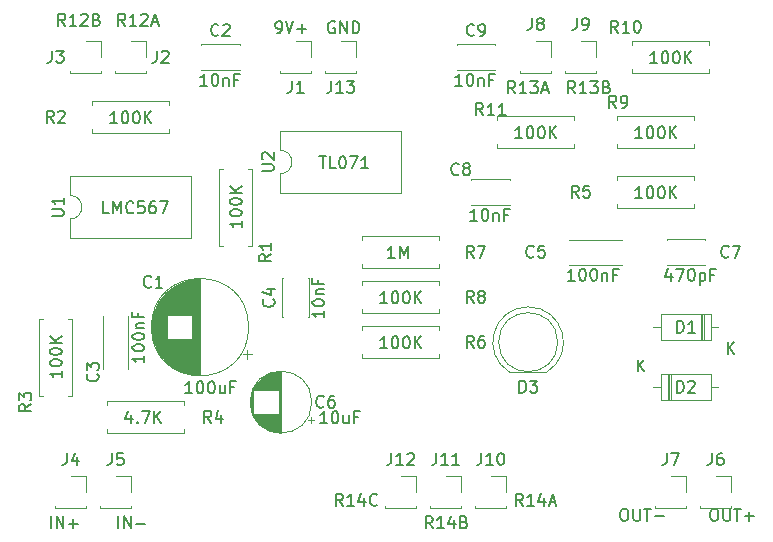
<source format=gbr>
%TF.GenerationSoftware,KiCad,Pcbnew,7.0.1*%
%TF.CreationDate,2023-11-26T17:03:10+00:00*%
%TF.ProjectId,ring-modulator,72696e67-2d6d-46f6-9475-6c61746f722e,rev?*%
%TF.SameCoordinates,Original*%
%TF.FileFunction,Legend,Top*%
%TF.FilePolarity,Positive*%
%FSLAX46Y46*%
G04 Gerber Fmt 4.6, Leading zero omitted, Abs format (unit mm)*
G04 Created by KiCad (PCBNEW 7.0.1) date 2023-11-26 17:03:10*
%MOMM*%
%LPD*%
G01*
G04 APERTURE LIST*
%ADD10C,0.150000*%
%ADD11C,0.120000*%
G04 APERTURE END LIST*
D10*
X146224523Y-138307619D02*
X145891190Y-137831428D01*
X145653095Y-138307619D02*
X145653095Y-137307619D01*
X145653095Y-137307619D02*
X146034047Y-137307619D01*
X146034047Y-137307619D02*
X146129285Y-137355238D01*
X146129285Y-137355238D02*
X146176904Y-137402857D01*
X146176904Y-137402857D02*
X146224523Y-137498095D01*
X146224523Y-137498095D02*
X146224523Y-137640952D01*
X146224523Y-137640952D02*
X146176904Y-137736190D01*
X146176904Y-137736190D02*
X146129285Y-137783809D01*
X146129285Y-137783809D02*
X146034047Y-137831428D01*
X146034047Y-137831428D02*
X145653095Y-137831428D01*
X147176904Y-138307619D02*
X146605476Y-138307619D01*
X146891190Y-138307619D02*
X146891190Y-137307619D01*
X146891190Y-137307619D02*
X146795952Y-137450476D01*
X146795952Y-137450476D02*
X146700714Y-137545714D01*
X146700714Y-137545714D02*
X146605476Y-137593333D01*
X148034047Y-137640952D02*
X148034047Y-138307619D01*
X147795952Y-137260000D02*
X147557857Y-137974285D01*
X147557857Y-137974285D02*
X148176904Y-137974285D01*
X148510238Y-138021904D02*
X148986428Y-138021904D01*
X148415000Y-138307619D02*
X148748333Y-137307619D01*
X148748333Y-137307619D02*
X149081666Y-138307619D01*
X138604523Y-140212619D02*
X138271190Y-139736428D01*
X138033095Y-140212619D02*
X138033095Y-139212619D01*
X138033095Y-139212619D02*
X138414047Y-139212619D01*
X138414047Y-139212619D02*
X138509285Y-139260238D01*
X138509285Y-139260238D02*
X138556904Y-139307857D01*
X138556904Y-139307857D02*
X138604523Y-139403095D01*
X138604523Y-139403095D02*
X138604523Y-139545952D01*
X138604523Y-139545952D02*
X138556904Y-139641190D01*
X138556904Y-139641190D02*
X138509285Y-139688809D01*
X138509285Y-139688809D02*
X138414047Y-139736428D01*
X138414047Y-139736428D02*
X138033095Y-139736428D01*
X139556904Y-140212619D02*
X138985476Y-140212619D01*
X139271190Y-140212619D02*
X139271190Y-139212619D01*
X139271190Y-139212619D02*
X139175952Y-139355476D01*
X139175952Y-139355476D02*
X139080714Y-139450714D01*
X139080714Y-139450714D02*
X138985476Y-139498333D01*
X140414047Y-139545952D02*
X140414047Y-140212619D01*
X140175952Y-139165000D02*
X139937857Y-139879285D01*
X139937857Y-139879285D02*
X140556904Y-139879285D01*
X141271190Y-139688809D02*
X141414047Y-139736428D01*
X141414047Y-139736428D02*
X141461666Y-139784047D01*
X141461666Y-139784047D02*
X141509285Y-139879285D01*
X141509285Y-139879285D02*
X141509285Y-140022142D01*
X141509285Y-140022142D02*
X141461666Y-140117380D01*
X141461666Y-140117380D02*
X141414047Y-140165000D01*
X141414047Y-140165000D02*
X141318809Y-140212619D01*
X141318809Y-140212619D02*
X140937857Y-140212619D01*
X140937857Y-140212619D02*
X140937857Y-139212619D01*
X140937857Y-139212619D02*
X141271190Y-139212619D01*
X141271190Y-139212619D02*
X141366428Y-139260238D01*
X141366428Y-139260238D02*
X141414047Y-139307857D01*
X141414047Y-139307857D02*
X141461666Y-139403095D01*
X141461666Y-139403095D02*
X141461666Y-139498333D01*
X141461666Y-139498333D02*
X141414047Y-139593571D01*
X141414047Y-139593571D02*
X141366428Y-139641190D01*
X141366428Y-139641190D02*
X141271190Y-139688809D01*
X141271190Y-139688809D02*
X140937857Y-139688809D01*
X130984523Y-138307619D02*
X130651190Y-137831428D01*
X130413095Y-138307619D02*
X130413095Y-137307619D01*
X130413095Y-137307619D02*
X130794047Y-137307619D01*
X130794047Y-137307619D02*
X130889285Y-137355238D01*
X130889285Y-137355238D02*
X130936904Y-137402857D01*
X130936904Y-137402857D02*
X130984523Y-137498095D01*
X130984523Y-137498095D02*
X130984523Y-137640952D01*
X130984523Y-137640952D02*
X130936904Y-137736190D01*
X130936904Y-137736190D02*
X130889285Y-137783809D01*
X130889285Y-137783809D02*
X130794047Y-137831428D01*
X130794047Y-137831428D02*
X130413095Y-137831428D01*
X131936904Y-138307619D02*
X131365476Y-138307619D01*
X131651190Y-138307619D02*
X131651190Y-137307619D01*
X131651190Y-137307619D02*
X131555952Y-137450476D01*
X131555952Y-137450476D02*
X131460714Y-137545714D01*
X131460714Y-137545714D02*
X131365476Y-137593333D01*
X132794047Y-137640952D02*
X132794047Y-138307619D01*
X132555952Y-137260000D02*
X132317857Y-137974285D01*
X132317857Y-137974285D02*
X132936904Y-137974285D01*
X133889285Y-138212380D02*
X133841666Y-138260000D01*
X133841666Y-138260000D02*
X133698809Y-138307619D01*
X133698809Y-138307619D02*
X133603571Y-138307619D01*
X133603571Y-138307619D02*
X133460714Y-138260000D01*
X133460714Y-138260000D02*
X133365476Y-138164761D01*
X133365476Y-138164761D02*
X133317857Y-138069523D01*
X133317857Y-138069523D02*
X133270238Y-137879047D01*
X133270238Y-137879047D02*
X133270238Y-137736190D01*
X133270238Y-137736190D02*
X133317857Y-137545714D01*
X133317857Y-137545714D02*
X133365476Y-137450476D01*
X133365476Y-137450476D02*
X133460714Y-137355238D01*
X133460714Y-137355238D02*
X133603571Y-137307619D01*
X133603571Y-137307619D02*
X133698809Y-137307619D01*
X133698809Y-137307619D02*
X133841666Y-137355238D01*
X133841666Y-137355238D02*
X133889285Y-137402857D01*
X111998095Y-140212619D02*
X111998095Y-139212619D01*
X112474285Y-140212619D02*
X112474285Y-139212619D01*
X112474285Y-139212619D02*
X113045713Y-140212619D01*
X113045713Y-140212619D02*
X113045713Y-139212619D01*
X113521904Y-139831666D02*
X114283809Y-139831666D01*
X106283095Y-140212619D02*
X106283095Y-139212619D01*
X106759285Y-140212619D02*
X106759285Y-139212619D01*
X106759285Y-139212619D02*
X107330713Y-140212619D01*
X107330713Y-140212619D02*
X107330713Y-139212619D01*
X107806904Y-139831666D02*
X108568809Y-139831666D01*
X108187856Y-140212619D02*
X108187856Y-139450714D01*
X129417619Y-121793095D02*
X129417619Y-122364523D01*
X129417619Y-122078809D02*
X128417619Y-122078809D01*
X128417619Y-122078809D02*
X128560476Y-122174047D01*
X128560476Y-122174047D02*
X128655714Y-122269285D01*
X128655714Y-122269285D02*
X128703333Y-122364523D01*
X128417619Y-121174047D02*
X128417619Y-121078809D01*
X128417619Y-121078809D02*
X128465238Y-120983571D01*
X128465238Y-120983571D02*
X128512857Y-120935952D01*
X128512857Y-120935952D02*
X128608095Y-120888333D01*
X128608095Y-120888333D02*
X128798571Y-120840714D01*
X128798571Y-120840714D02*
X129036666Y-120840714D01*
X129036666Y-120840714D02*
X129227142Y-120888333D01*
X129227142Y-120888333D02*
X129322380Y-120935952D01*
X129322380Y-120935952D02*
X129370000Y-120983571D01*
X129370000Y-120983571D02*
X129417619Y-121078809D01*
X129417619Y-121078809D02*
X129417619Y-121174047D01*
X129417619Y-121174047D02*
X129370000Y-121269285D01*
X129370000Y-121269285D02*
X129322380Y-121316904D01*
X129322380Y-121316904D02*
X129227142Y-121364523D01*
X129227142Y-121364523D02*
X129036666Y-121412142D01*
X129036666Y-121412142D02*
X128798571Y-121412142D01*
X128798571Y-121412142D02*
X128608095Y-121364523D01*
X128608095Y-121364523D02*
X128512857Y-121316904D01*
X128512857Y-121316904D02*
X128465238Y-121269285D01*
X128465238Y-121269285D02*
X128417619Y-121174047D01*
X128750952Y-120412142D02*
X129417619Y-120412142D01*
X128846190Y-120412142D02*
X128798571Y-120364523D01*
X128798571Y-120364523D02*
X128750952Y-120269285D01*
X128750952Y-120269285D02*
X128750952Y-120126428D01*
X128750952Y-120126428D02*
X128798571Y-120031190D01*
X128798571Y-120031190D02*
X128893809Y-119983571D01*
X128893809Y-119983571D02*
X129417619Y-119983571D01*
X128893809Y-119174047D02*
X128893809Y-119507380D01*
X129417619Y-119507380D02*
X128417619Y-119507380D01*
X128417619Y-119507380D02*
X128417619Y-119031190D01*
X114177619Y-125603095D02*
X114177619Y-126174523D01*
X114177619Y-125888809D02*
X113177619Y-125888809D01*
X113177619Y-125888809D02*
X113320476Y-125984047D01*
X113320476Y-125984047D02*
X113415714Y-126079285D01*
X113415714Y-126079285D02*
X113463333Y-126174523D01*
X113177619Y-124984047D02*
X113177619Y-124888809D01*
X113177619Y-124888809D02*
X113225238Y-124793571D01*
X113225238Y-124793571D02*
X113272857Y-124745952D01*
X113272857Y-124745952D02*
X113368095Y-124698333D01*
X113368095Y-124698333D02*
X113558571Y-124650714D01*
X113558571Y-124650714D02*
X113796666Y-124650714D01*
X113796666Y-124650714D02*
X113987142Y-124698333D01*
X113987142Y-124698333D02*
X114082380Y-124745952D01*
X114082380Y-124745952D02*
X114130000Y-124793571D01*
X114130000Y-124793571D02*
X114177619Y-124888809D01*
X114177619Y-124888809D02*
X114177619Y-124984047D01*
X114177619Y-124984047D02*
X114130000Y-125079285D01*
X114130000Y-125079285D02*
X114082380Y-125126904D01*
X114082380Y-125126904D02*
X113987142Y-125174523D01*
X113987142Y-125174523D02*
X113796666Y-125222142D01*
X113796666Y-125222142D02*
X113558571Y-125222142D01*
X113558571Y-125222142D02*
X113368095Y-125174523D01*
X113368095Y-125174523D02*
X113272857Y-125126904D01*
X113272857Y-125126904D02*
X113225238Y-125079285D01*
X113225238Y-125079285D02*
X113177619Y-124984047D01*
X113177619Y-124031666D02*
X113177619Y-123936428D01*
X113177619Y-123936428D02*
X113225238Y-123841190D01*
X113225238Y-123841190D02*
X113272857Y-123793571D01*
X113272857Y-123793571D02*
X113368095Y-123745952D01*
X113368095Y-123745952D02*
X113558571Y-123698333D01*
X113558571Y-123698333D02*
X113796666Y-123698333D01*
X113796666Y-123698333D02*
X113987142Y-123745952D01*
X113987142Y-123745952D02*
X114082380Y-123793571D01*
X114082380Y-123793571D02*
X114130000Y-123841190D01*
X114130000Y-123841190D02*
X114177619Y-123936428D01*
X114177619Y-123936428D02*
X114177619Y-124031666D01*
X114177619Y-124031666D02*
X114130000Y-124126904D01*
X114130000Y-124126904D02*
X114082380Y-124174523D01*
X114082380Y-124174523D02*
X113987142Y-124222142D01*
X113987142Y-124222142D02*
X113796666Y-124269761D01*
X113796666Y-124269761D02*
X113558571Y-124269761D01*
X113558571Y-124269761D02*
X113368095Y-124222142D01*
X113368095Y-124222142D02*
X113272857Y-124174523D01*
X113272857Y-124174523D02*
X113225238Y-124126904D01*
X113225238Y-124126904D02*
X113177619Y-124031666D01*
X113510952Y-123269761D02*
X114177619Y-123269761D01*
X113606190Y-123269761D02*
X113558571Y-123222142D01*
X113558571Y-123222142D02*
X113510952Y-123126904D01*
X113510952Y-123126904D02*
X113510952Y-122984047D01*
X113510952Y-122984047D02*
X113558571Y-122888809D01*
X113558571Y-122888809D02*
X113653809Y-122841190D01*
X113653809Y-122841190D02*
X114177619Y-122841190D01*
X113653809Y-122031666D02*
X113653809Y-122364999D01*
X114177619Y-122364999D02*
X113177619Y-122364999D01*
X113177619Y-122364999D02*
X113177619Y-121888809D01*
X107192619Y-126873095D02*
X107192619Y-127444523D01*
X107192619Y-127158809D02*
X106192619Y-127158809D01*
X106192619Y-127158809D02*
X106335476Y-127254047D01*
X106335476Y-127254047D02*
X106430714Y-127349285D01*
X106430714Y-127349285D02*
X106478333Y-127444523D01*
X106192619Y-126254047D02*
X106192619Y-126158809D01*
X106192619Y-126158809D02*
X106240238Y-126063571D01*
X106240238Y-126063571D02*
X106287857Y-126015952D01*
X106287857Y-126015952D02*
X106383095Y-125968333D01*
X106383095Y-125968333D02*
X106573571Y-125920714D01*
X106573571Y-125920714D02*
X106811666Y-125920714D01*
X106811666Y-125920714D02*
X107002142Y-125968333D01*
X107002142Y-125968333D02*
X107097380Y-126015952D01*
X107097380Y-126015952D02*
X107145000Y-126063571D01*
X107145000Y-126063571D02*
X107192619Y-126158809D01*
X107192619Y-126158809D02*
X107192619Y-126254047D01*
X107192619Y-126254047D02*
X107145000Y-126349285D01*
X107145000Y-126349285D02*
X107097380Y-126396904D01*
X107097380Y-126396904D02*
X107002142Y-126444523D01*
X107002142Y-126444523D02*
X106811666Y-126492142D01*
X106811666Y-126492142D02*
X106573571Y-126492142D01*
X106573571Y-126492142D02*
X106383095Y-126444523D01*
X106383095Y-126444523D02*
X106287857Y-126396904D01*
X106287857Y-126396904D02*
X106240238Y-126349285D01*
X106240238Y-126349285D02*
X106192619Y-126254047D01*
X106192619Y-125301666D02*
X106192619Y-125206428D01*
X106192619Y-125206428D02*
X106240238Y-125111190D01*
X106240238Y-125111190D02*
X106287857Y-125063571D01*
X106287857Y-125063571D02*
X106383095Y-125015952D01*
X106383095Y-125015952D02*
X106573571Y-124968333D01*
X106573571Y-124968333D02*
X106811666Y-124968333D01*
X106811666Y-124968333D02*
X107002142Y-125015952D01*
X107002142Y-125015952D02*
X107097380Y-125063571D01*
X107097380Y-125063571D02*
X107145000Y-125111190D01*
X107145000Y-125111190D02*
X107192619Y-125206428D01*
X107192619Y-125206428D02*
X107192619Y-125301666D01*
X107192619Y-125301666D02*
X107145000Y-125396904D01*
X107145000Y-125396904D02*
X107097380Y-125444523D01*
X107097380Y-125444523D02*
X107002142Y-125492142D01*
X107002142Y-125492142D02*
X106811666Y-125539761D01*
X106811666Y-125539761D02*
X106573571Y-125539761D01*
X106573571Y-125539761D02*
X106383095Y-125492142D01*
X106383095Y-125492142D02*
X106287857Y-125444523D01*
X106287857Y-125444523D02*
X106240238Y-125396904D01*
X106240238Y-125396904D02*
X106192619Y-125301666D01*
X107192619Y-124539761D02*
X106192619Y-124539761D01*
X107192619Y-123968333D02*
X106621190Y-124396904D01*
X106192619Y-123968333D02*
X106764047Y-124539761D01*
X113061666Y-130655952D02*
X113061666Y-131322619D01*
X112823571Y-130275000D02*
X112585476Y-130989285D01*
X112585476Y-130989285D02*
X113204523Y-130989285D01*
X113585476Y-131227380D02*
X113633095Y-131275000D01*
X113633095Y-131275000D02*
X113585476Y-131322619D01*
X113585476Y-131322619D02*
X113537857Y-131275000D01*
X113537857Y-131275000D02*
X113585476Y-131227380D01*
X113585476Y-131227380D02*
X113585476Y-131322619D01*
X113966428Y-130322619D02*
X114633094Y-130322619D01*
X114633094Y-130322619D02*
X114204523Y-131322619D01*
X115014047Y-131322619D02*
X115014047Y-130322619D01*
X115585475Y-131322619D02*
X115156904Y-130751190D01*
X115585475Y-130322619D02*
X115014047Y-130894047D01*
X129666904Y-131322619D02*
X129095476Y-131322619D01*
X129381190Y-131322619D02*
X129381190Y-130322619D01*
X129381190Y-130322619D02*
X129285952Y-130465476D01*
X129285952Y-130465476D02*
X129190714Y-130560714D01*
X129190714Y-130560714D02*
X129095476Y-130608333D01*
X130285952Y-130322619D02*
X130381190Y-130322619D01*
X130381190Y-130322619D02*
X130476428Y-130370238D01*
X130476428Y-130370238D02*
X130524047Y-130417857D01*
X130524047Y-130417857D02*
X130571666Y-130513095D01*
X130571666Y-130513095D02*
X130619285Y-130703571D01*
X130619285Y-130703571D02*
X130619285Y-130941666D01*
X130619285Y-130941666D02*
X130571666Y-131132142D01*
X130571666Y-131132142D02*
X130524047Y-131227380D01*
X130524047Y-131227380D02*
X130476428Y-131275000D01*
X130476428Y-131275000D02*
X130381190Y-131322619D01*
X130381190Y-131322619D02*
X130285952Y-131322619D01*
X130285952Y-131322619D02*
X130190714Y-131275000D01*
X130190714Y-131275000D02*
X130143095Y-131227380D01*
X130143095Y-131227380D02*
X130095476Y-131132142D01*
X130095476Y-131132142D02*
X130047857Y-130941666D01*
X130047857Y-130941666D02*
X130047857Y-130703571D01*
X130047857Y-130703571D02*
X130095476Y-130513095D01*
X130095476Y-130513095D02*
X130143095Y-130417857D01*
X130143095Y-130417857D02*
X130190714Y-130370238D01*
X130190714Y-130370238D02*
X130285952Y-130322619D01*
X131476428Y-130655952D02*
X131476428Y-131322619D01*
X131047857Y-130655952D02*
X131047857Y-131179761D01*
X131047857Y-131179761D02*
X131095476Y-131275000D01*
X131095476Y-131275000D02*
X131190714Y-131322619D01*
X131190714Y-131322619D02*
X131333571Y-131322619D01*
X131333571Y-131322619D02*
X131428809Y-131275000D01*
X131428809Y-131275000D02*
X131476428Y-131227380D01*
X132285952Y-130798809D02*
X131952619Y-130798809D01*
X131952619Y-131322619D02*
X131952619Y-130322619D01*
X131952619Y-130322619D02*
X132428809Y-130322619D01*
X118236904Y-128782619D02*
X117665476Y-128782619D01*
X117951190Y-128782619D02*
X117951190Y-127782619D01*
X117951190Y-127782619D02*
X117855952Y-127925476D01*
X117855952Y-127925476D02*
X117760714Y-128020714D01*
X117760714Y-128020714D02*
X117665476Y-128068333D01*
X118855952Y-127782619D02*
X118951190Y-127782619D01*
X118951190Y-127782619D02*
X119046428Y-127830238D01*
X119046428Y-127830238D02*
X119094047Y-127877857D01*
X119094047Y-127877857D02*
X119141666Y-127973095D01*
X119141666Y-127973095D02*
X119189285Y-128163571D01*
X119189285Y-128163571D02*
X119189285Y-128401666D01*
X119189285Y-128401666D02*
X119141666Y-128592142D01*
X119141666Y-128592142D02*
X119094047Y-128687380D01*
X119094047Y-128687380D02*
X119046428Y-128735000D01*
X119046428Y-128735000D02*
X118951190Y-128782619D01*
X118951190Y-128782619D02*
X118855952Y-128782619D01*
X118855952Y-128782619D02*
X118760714Y-128735000D01*
X118760714Y-128735000D02*
X118713095Y-128687380D01*
X118713095Y-128687380D02*
X118665476Y-128592142D01*
X118665476Y-128592142D02*
X118617857Y-128401666D01*
X118617857Y-128401666D02*
X118617857Y-128163571D01*
X118617857Y-128163571D02*
X118665476Y-127973095D01*
X118665476Y-127973095D02*
X118713095Y-127877857D01*
X118713095Y-127877857D02*
X118760714Y-127830238D01*
X118760714Y-127830238D02*
X118855952Y-127782619D01*
X119808333Y-127782619D02*
X119903571Y-127782619D01*
X119903571Y-127782619D02*
X119998809Y-127830238D01*
X119998809Y-127830238D02*
X120046428Y-127877857D01*
X120046428Y-127877857D02*
X120094047Y-127973095D01*
X120094047Y-127973095D02*
X120141666Y-128163571D01*
X120141666Y-128163571D02*
X120141666Y-128401666D01*
X120141666Y-128401666D02*
X120094047Y-128592142D01*
X120094047Y-128592142D02*
X120046428Y-128687380D01*
X120046428Y-128687380D02*
X119998809Y-128735000D01*
X119998809Y-128735000D02*
X119903571Y-128782619D01*
X119903571Y-128782619D02*
X119808333Y-128782619D01*
X119808333Y-128782619D02*
X119713095Y-128735000D01*
X119713095Y-128735000D02*
X119665476Y-128687380D01*
X119665476Y-128687380D02*
X119617857Y-128592142D01*
X119617857Y-128592142D02*
X119570238Y-128401666D01*
X119570238Y-128401666D02*
X119570238Y-128163571D01*
X119570238Y-128163571D02*
X119617857Y-127973095D01*
X119617857Y-127973095D02*
X119665476Y-127877857D01*
X119665476Y-127877857D02*
X119713095Y-127830238D01*
X119713095Y-127830238D02*
X119808333Y-127782619D01*
X120998809Y-128115952D02*
X120998809Y-128782619D01*
X120570238Y-128115952D02*
X120570238Y-128639761D01*
X120570238Y-128639761D02*
X120617857Y-128735000D01*
X120617857Y-128735000D02*
X120713095Y-128782619D01*
X120713095Y-128782619D02*
X120855952Y-128782619D01*
X120855952Y-128782619D02*
X120951190Y-128735000D01*
X120951190Y-128735000D02*
X120998809Y-128687380D01*
X121808333Y-128258809D02*
X121475000Y-128258809D01*
X121475000Y-128782619D02*
X121475000Y-127782619D01*
X121475000Y-127782619D02*
X121951190Y-127782619D01*
X135381904Y-117352619D02*
X134810476Y-117352619D01*
X135096190Y-117352619D02*
X135096190Y-116352619D01*
X135096190Y-116352619D02*
X135000952Y-116495476D01*
X135000952Y-116495476D02*
X134905714Y-116590714D01*
X134905714Y-116590714D02*
X134810476Y-116638333D01*
X135810476Y-117352619D02*
X135810476Y-116352619D01*
X135810476Y-116352619D02*
X136143809Y-117066904D01*
X136143809Y-117066904D02*
X136477142Y-116352619D01*
X136477142Y-116352619D02*
X136477142Y-117352619D01*
X134746904Y-121162619D02*
X134175476Y-121162619D01*
X134461190Y-121162619D02*
X134461190Y-120162619D01*
X134461190Y-120162619D02*
X134365952Y-120305476D01*
X134365952Y-120305476D02*
X134270714Y-120400714D01*
X134270714Y-120400714D02*
X134175476Y-120448333D01*
X135365952Y-120162619D02*
X135461190Y-120162619D01*
X135461190Y-120162619D02*
X135556428Y-120210238D01*
X135556428Y-120210238D02*
X135604047Y-120257857D01*
X135604047Y-120257857D02*
X135651666Y-120353095D01*
X135651666Y-120353095D02*
X135699285Y-120543571D01*
X135699285Y-120543571D02*
X135699285Y-120781666D01*
X135699285Y-120781666D02*
X135651666Y-120972142D01*
X135651666Y-120972142D02*
X135604047Y-121067380D01*
X135604047Y-121067380D02*
X135556428Y-121115000D01*
X135556428Y-121115000D02*
X135461190Y-121162619D01*
X135461190Y-121162619D02*
X135365952Y-121162619D01*
X135365952Y-121162619D02*
X135270714Y-121115000D01*
X135270714Y-121115000D02*
X135223095Y-121067380D01*
X135223095Y-121067380D02*
X135175476Y-120972142D01*
X135175476Y-120972142D02*
X135127857Y-120781666D01*
X135127857Y-120781666D02*
X135127857Y-120543571D01*
X135127857Y-120543571D02*
X135175476Y-120353095D01*
X135175476Y-120353095D02*
X135223095Y-120257857D01*
X135223095Y-120257857D02*
X135270714Y-120210238D01*
X135270714Y-120210238D02*
X135365952Y-120162619D01*
X136318333Y-120162619D02*
X136413571Y-120162619D01*
X136413571Y-120162619D02*
X136508809Y-120210238D01*
X136508809Y-120210238D02*
X136556428Y-120257857D01*
X136556428Y-120257857D02*
X136604047Y-120353095D01*
X136604047Y-120353095D02*
X136651666Y-120543571D01*
X136651666Y-120543571D02*
X136651666Y-120781666D01*
X136651666Y-120781666D02*
X136604047Y-120972142D01*
X136604047Y-120972142D02*
X136556428Y-121067380D01*
X136556428Y-121067380D02*
X136508809Y-121115000D01*
X136508809Y-121115000D02*
X136413571Y-121162619D01*
X136413571Y-121162619D02*
X136318333Y-121162619D01*
X136318333Y-121162619D02*
X136223095Y-121115000D01*
X136223095Y-121115000D02*
X136175476Y-121067380D01*
X136175476Y-121067380D02*
X136127857Y-120972142D01*
X136127857Y-120972142D02*
X136080238Y-120781666D01*
X136080238Y-120781666D02*
X136080238Y-120543571D01*
X136080238Y-120543571D02*
X136127857Y-120353095D01*
X136127857Y-120353095D02*
X136175476Y-120257857D01*
X136175476Y-120257857D02*
X136223095Y-120210238D01*
X136223095Y-120210238D02*
X136318333Y-120162619D01*
X137080238Y-121162619D02*
X137080238Y-120162619D01*
X137651666Y-121162619D02*
X137223095Y-120591190D01*
X137651666Y-120162619D02*
X137080238Y-120734047D01*
X134746904Y-124972619D02*
X134175476Y-124972619D01*
X134461190Y-124972619D02*
X134461190Y-123972619D01*
X134461190Y-123972619D02*
X134365952Y-124115476D01*
X134365952Y-124115476D02*
X134270714Y-124210714D01*
X134270714Y-124210714D02*
X134175476Y-124258333D01*
X135365952Y-123972619D02*
X135461190Y-123972619D01*
X135461190Y-123972619D02*
X135556428Y-124020238D01*
X135556428Y-124020238D02*
X135604047Y-124067857D01*
X135604047Y-124067857D02*
X135651666Y-124163095D01*
X135651666Y-124163095D02*
X135699285Y-124353571D01*
X135699285Y-124353571D02*
X135699285Y-124591666D01*
X135699285Y-124591666D02*
X135651666Y-124782142D01*
X135651666Y-124782142D02*
X135604047Y-124877380D01*
X135604047Y-124877380D02*
X135556428Y-124925000D01*
X135556428Y-124925000D02*
X135461190Y-124972619D01*
X135461190Y-124972619D02*
X135365952Y-124972619D01*
X135365952Y-124972619D02*
X135270714Y-124925000D01*
X135270714Y-124925000D02*
X135223095Y-124877380D01*
X135223095Y-124877380D02*
X135175476Y-124782142D01*
X135175476Y-124782142D02*
X135127857Y-124591666D01*
X135127857Y-124591666D02*
X135127857Y-124353571D01*
X135127857Y-124353571D02*
X135175476Y-124163095D01*
X135175476Y-124163095D02*
X135223095Y-124067857D01*
X135223095Y-124067857D02*
X135270714Y-124020238D01*
X135270714Y-124020238D02*
X135365952Y-123972619D01*
X136318333Y-123972619D02*
X136413571Y-123972619D01*
X136413571Y-123972619D02*
X136508809Y-124020238D01*
X136508809Y-124020238D02*
X136556428Y-124067857D01*
X136556428Y-124067857D02*
X136604047Y-124163095D01*
X136604047Y-124163095D02*
X136651666Y-124353571D01*
X136651666Y-124353571D02*
X136651666Y-124591666D01*
X136651666Y-124591666D02*
X136604047Y-124782142D01*
X136604047Y-124782142D02*
X136556428Y-124877380D01*
X136556428Y-124877380D02*
X136508809Y-124925000D01*
X136508809Y-124925000D02*
X136413571Y-124972619D01*
X136413571Y-124972619D02*
X136318333Y-124972619D01*
X136318333Y-124972619D02*
X136223095Y-124925000D01*
X136223095Y-124925000D02*
X136175476Y-124877380D01*
X136175476Y-124877380D02*
X136127857Y-124782142D01*
X136127857Y-124782142D02*
X136080238Y-124591666D01*
X136080238Y-124591666D02*
X136080238Y-124353571D01*
X136080238Y-124353571D02*
X136127857Y-124163095D01*
X136127857Y-124163095D02*
X136175476Y-124067857D01*
X136175476Y-124067857D02*
X136223095Y-124020238D01*
X136223095Y-124020238D02*
X136318333Y-123972619D01*
X137080238Y-124972619D02*
X137080238Y-123972619D01*
X137651666Y-124972619D02*
X137223095Y-124401190D01*
X137651666Y-123972619D02*
X137080238Y-124544047D01*
X122432619Y-114173095D02*
X122432619Y-114744523D01*
X122432619Y-114458809D02*
X121432619Y-114458809D01*
X121432619Y-114458809D02*
X121575476Y-114554047D01*
X121575476Y-114554047D02*
X121670714Y-114649285D01*
X121670714Y-114649285D02*
X121718333Y-114744523D01*
X121432619Y-113554047D02*
X121432619Y-113458809D01*
X121432619Y-113458809D02*
X121480238Y-113363571D01*
X121480238Y-113363571D02*
X121527857Y-113315952D01*
X121527857Y-113315952D02*
X121623095Y-113268333D01*
X121623095Y-113268333D02*
X121813571Y-113220714D01*
X121813571Y-113220714D02*
X122051666Y-113220714D01*
X122051666Y-113220714D02*
X122242142Y-113268333D01*
X122242142Y-113268333D02*
X122337380Y-113315952D01*
X122337380Y-113315952D02*
X122385000Y-113363571D01*
X122385000Y-113363571D02*
X122432619Y-113458809D01*
X122432619Y-113458809D02*
X122432619Y-113554047D01*
X122432619Y-113554047D02*
X122385000Y-113649285D01*
X122385000Y-113649285D02*
X122337380Y-113696904D01*
X122337380Y-113696904D02*
X122242142Y-113744523D01*
X122242142Y-113744523D02*
X122051666Y-113792142D01*
X122051666Y-113792142D02*
X121813571Y-113792142D01*
X121813571Y-113792142D02*
X121623095Y-113744523D01*
X121623095Y-113744523D02*
X121527857Y-113696904D01*
X121527857Y-113696904D02*
X121480238Y-113649285D01*
X121480238Y-113649285D02*
X121432619Y-113554047D01*
X121432619Y-112601666D02*
X121432619Y-112506428D01*
X121432619Y-112506428D02*
X121480238Y-112411190D01*
X121480238Y-112411190D02*
X121527857Y-112363571D01*
X121527857Y-112363571D02*
X121623095Y-112315952D01*
X121623095Y-112315952D02*
X121813571Y-112268333D01*
X121813571Y-112268333D02*
X122051666Y-112268333D01*
X122051666Y-112268333D02*
X122242142Y-112315952D01*
X122242142Y-112315952D02*
X122337380Y-112363571D01*
X122337380Y-112363571D02*
X122385000Y-112411190D01*
X122385000Y-112411190D02*
X122432619Y-112506428D01*
X122432619Y-112506428D02*
X122432619Y-112601666D01*
X122432619Y-112601666D02*
X122385000Y-112696904D01*
X122385000Y-112696904D02*
X122337380Y-112744523D01*
X122337380Y-112744523D02*
X122242142Y-112792142D01*
X122242142Y-112792142D02*
X122051666Y-112839761D01*
X122051666Y-112839761D02*
X121813571Y-112839761D01*
X121813571Y-112839761D02*
X121623095Y-112792142D01*
X121623095Y-112792142D02*
X121527857Y-112744523D01*
X121527857Y-112744523D02*
X121480238Y-112696904D01*
X121480238Y-112696904D02*
X121432619Y-112601666D01*
X122432619Y-111839761D02*
X121432619Y-111839761D01*
X122432619Y-111268333D02*
X121861190Y-111696904D01*
X121432619Y-111268333D02*
X122004047Y-111839761D01*
X119506904Y-102747619D02*
X118935476Y-102747619D01*
X119221190Y-102747619D02*
X119221190Y-101747619D01*
X119221190Y-101747619D02*
X119125952Y-101890476D01*
X119125952Y-101890476D02*
X119030714Y-101985714D01*
X119030714Y-101985714D02*
X118935476Y-102033333D01*
X120125952Y-101747619D02*
X120221190Y-101747619D01*
X120221190Y-101747619D02*
X120316428Y-101795238D01*
X120316428Y-101795238D02*
X120364047Y-101842857D01*
X120364047Y-101842857D02*
X120411666Y-101938095D01*
X120411666Y-101938095D02*
X120459285Y-102128571D01*
X120459285Y-102128571D02*
X120459285Y-102366666D01*
X120459285Y-102366666D02*
X120411666Y-102557142D01*
X120411666Y-102557142D02*
X120364047Y-102652380D01*
X120364047Y-102652380D02*
X120316428Y-102700000D01*
X120316428Y-102700000D02*
X120221190Y-102747619D01*
X120221190Y-102747619D02*
X120125952Y-102747619D01*
X120125952Y-102747619D02*
X120030714Y-102700000D01*
X120030714Y-102700000D02*
X119983095Y-102652380D01*
X119983095Y-102652380D02*
X119935476Y-102557142D01*
X119935476Y-102557142D02*
X119887857Y-102366666D01*
X119887857Y-102366666D02*
X119887857Y-102128571D01*
X119887857Y-102128571D02*
X119935476Y-101938095D01*
X119935476Y-101938095D02*
X119983095Y-101842857D01*
X119983095Y-101842857D02*
X120030714Y-101795238D01*
X120030714Y-101795238D02*
X120125952Y-101747619D01*
X120887857Y-102080952D02*
X120887857Y-102747619D01*
X120887857Y-102176190D02*
X120935476Y-102128571D01*
X120935476Y-102128571D02*
X121030714Y-102080952D01*
X121030714Y-102080952D02*
X121173571Y-102080952D01*
X121173571Y-102080952D02*
X121268809Y-102128571D01*
X121268809Y-102128571D02*
X121316428Y-102223809D01*
X121316428Y-102223809D02*
X121316428Y-102747619D01*
X122125952Y-102223809D02*
X121792619Y-102223809D01*
X121792619Y-102747619D02*
X121792619Y-101747619D01*
X121792619Y-101747619D02*
X122268809Y-101747619D01*
X130301904Y-97350238D02*
X130206666Y-97302619D01*
X130206666Y-97302619D02*
X130063809Y-97302619D01*
X130063809Y-97302619D02*
X129920952Y-97350238D01*
X129920952Y-97350238D02*
X129825714Y-97445476D01*
X129825714Y-97445476D02*
X129778095Y-97540714D01*
X129778095Y-97540714D02*
X129730476Y-97731190D01*
X129730476Y-97731190D02*
X129730476Y-97874047D01*
X129730476Y-97874047D02*
X129778095Y-98064523D01*
X129778095Y-98064523D02*
X129825714Y-98159761D01*
X129825714Y-98159761D02*
X129920952Y-98255000D01*
X129920952Y-98255000D02*
X130063809Y-98302619D01*
X130063809Y-98302619D02*
X130159047Y-98302619D01*
X130159047Y-98302619D02*
X130301904Y-98255000D01*
X130301904Y-98255000D02*
X130349523Y-98207380D01*
X130349523Y-98207380D02*
X130349523Y-97874047D01*
X130349523Y-97874047D02*
X130159047Y-97874047D01*
X130778095Y-98302619D02*
X130778095Y-97302619D01*
X130778095Y-97302619D02*
X131349523Y-98302619D01*
X131349523Y-98302619D02*
X131349523Y-97302619D01*
X131825714Y-98302619D02*
X131825714Y-97302619D01*
X131825714Y-97302619D02*
X132063809Y-97302619D01*
X132063809Y-97302619D02*
X132206666Y-97350238D01*
X132206666Y-97350238D02*
X132301904Y-97445476D01*
X132301904Y-97445476D02*
X132349523Y-97540714D01*
X132349523Y-97540714D02*
X132397142Y-97731190D01*
X132397142Y-97731190D02*
X132397142Y-97874047D01*
X132397142Y-97874047D02*
X132349523Y-98064523D01*
X132349523Y-98064523D02*
X132301904Y-98159761D01*
X132301904Y-98159761D02*
X132206666Y-98255000D01*
X132206666Y-98255000D02*
X132063809Y-98302619D01*
X132063809Y-98302619D02*
X131825714Y-98302619D01*
X125380714Y-98302619D02*
X125571190Y-98302619D01*
X125571190Y-98302619D02*
X125666428Y-98255000D01*
X125666428Y-98255000D02*
X125714047Y-98207380D01*
X125714047Y-98207380D02*
X125809285Y-98064523D01*
X125809285Y-98064523D02*
X125856904Y-97874047D01*
X125856904Y-97874047D02*
X125856904Y-97493095D01*
X125856904Y-97493095D02*
X125809285Y-97397857D01*
X125809285Y-97397857D02*
X125761666Y-97350238D01*
X125761666Y-97350238D02*
X125666428Y-97302619D01*
X125666428Y-97302619D02*
X125475952Y-97302619D01*
X125475952Y-97302619D02*
X125380714Y-97350238D01*
X125380714Y-97350238D02*
X125333095Y-97397857D01*
X125333095Y-97397857D02*
X125285476Y-97493095D01*
X125285476Y-97493095D02*
X125285476Y-97731190D01*
X125285476Y-97731190D02*
X125333095Y-97826428D01*
X125333095Y-97826428D02*
X125380714Y-97874047D01*
X125380714Y-97874047D02*
X125475952Y-97921666D01*
X125475952Y-97921666D02*
X125666428Y-97921666D01*
X125666428Y-97921666D02*
X125761666Y-97874047D01*
X125761666Y-97874047D02*
X125809285Y-97826428D01*
X125809285Y-97826428D02*
X125856904Y-97731190D01*
X126142619Y-97302619D02*
X126475952Y-98302619D01*
X126475952Y-98302619D02*
X126809285Y-97302619D01*
X127142619Y-97921666D02*
X127904524Y-97921666D01*
X127523571Y-98302619D02*
X127523571Y-97540714D01*
X162353571Y-138577619D02*
X162544047Y-138577619D01*
X162544047Y-138577619D02*
X162639285Y-138625238D01*
X162639285Y-138625238D02*
X162734523Y-138720476D01*
X162734523Y-138720476D02*
X162782142Y-138910952D01*
X162782142Y-138910952D02*
X162782142Y-139244285D01*
X162782142Y-139244285D02*
X162734523Y-139434761D01*
X162734523Y-139434761D02*
X162639285Y-139530000D01*
X162639285Y-139530000D02*
X162544047Y-139577619D01*
X162544047Y-139577619D02*
X162353571Y-139577619D01*
X162353571Y-139577619D02*
X162258333Y-139530000D01*
X162258333Y-139530000D02*
X162163095Y-139434761D01*
X162163095Y-139434761D02*
X162115476Y-139244285D01*
X162115476Y-139244285D02*
X162115476Y-138910952D01*
X162115476Y-138910952D02*
X162163095Y-138720476D01*
X162163095Y-138720476D02*
X162258333Y-138625238D01*
X162258333Y-138625238D02*
X162353571Y-138577619D01*
X163210714Y-138577619D02*
X163210714Y-139387142D01*
X163210714Y-139387142D02*
X163258333Y-139482380D01*
X163258333Y-139482380D02*
X163305952Y-139530000D01*
X163305952Y-139530000D02*
X163401190Y-139577619D01*
X163401190Y-139577619D02*
X163591666Y-139577619D01*
X163591666Y-139577619D02*
X163686904Y-139530000D01*
X163686904Y-139530000D02*
X163734523Y-139482380D01*
X163734523Y-139482380D02*
X163782142Y-139387142D01*
X163782142Y-139387142D02*
X163782142Y-138577619D01*
X164115476Y-138577619D02*
X164686904Y-138577619D01*
X164401190Y-139577619D02*
X164401190Y-138577619D01*
X165020238Y-139196666D02*
X165782143Y-139196666D01*
X165401190Y-139577619D02*
X165401190Y-138815714D01*
X154733571Y-138577619D02*
X154924047Y-138577619D01*
X154924047Y-138577619D02*
X155019285Y-138625238D01*
X155019285Y-138625238D02*
X155114523Y-138720476D01*
X155114523Y-138720476D02*
X155162142Y-138910952D01*
X155162142Y-138910952D02*
X155162142Y-139244285D01*
X155162142Y-139244285D02*
X155114523Y-139434761D01*
X155114523Y-139434761D02*
X155019285Y-139530000D01*
X155019285Y-139530000D02*
X154924047Y-139577619D01*
X154924047Y-139577619D02*
X154733571Y-139577619D01*
X154733571Y-139577619D02*
X154638333Y-139530000D01*
X154638333Y-139530000D02*
X154543095Y-139434761D01*
X154543095Y-139434761D02*
X154495476Y-139244285D01*
X154495476Y-139244285D02*
X154495476Y-138910952D01*
X154495476Y-138910952D02*
X154543095Y-138720476D01*
X154543095Y-138720476D02*
X154638333Y-138625238D01*
X154638333Y-138625238D02*
X154733571Y-138577619D01*
X155590714Y-138577619D02*
X155590714Y-139387142D01*
X155590714Y-139387142D02*
X155638333Y-139482380D01*
X155638333Y-139482380D02*
X155685952Y-139530000D01*
X155685952Y-139530000D02*
X155781190Y-139577619D01*
X155781190Y-139577619D02*
X155971666Y-139577619D01*
X155971666Y-139577619D02*
X156066904Y-139530000D01*
X156066904Y-139530000D02*
X156114523Y-139482380D01*
X156114523Y-139482380D02*
X156162142Y-139387142D01*
X156162142Y-139387142D02*
X156162142Y-138577619D01*
X156495476Y-138577619D02*
X157066904Y-138577619D01*
X156781190Y-139577619D02*
X156781190Y-138577619D01*
X157400238Y-139196666D02*
X158162143Y-139196666D01*
X129000238Y-108732619D02*
X129571666Y-108732619D01*
X129285952Y-109732619D02*
X129285952Y-108732619D01*
X130381190Y-109732619D02*
X129905000Y-109732619D01*
X129905000Y-109732619D02*
X129905000Y-108732619D01*
X130905000Y-108732619D02*
X131000238Y-108732619D01*
X131000238Y-108732619D02*
X131095476Y-108780238D01*
X131095476Y-108780238D02*
X131143095Y-108827857D01*
X131143095Y-108827857D02*
X131190714Y-108923095D01*
X131190714Y-108923095D02*
X131238333Y-109113571D01*
X131238333Y-109113571D02*
X131238333Y-109351666D01*
X131238333Y-109351666D02*
X131190714Y-109542142D01*
X131190714Y-109542142D02*
X131143095Y-109637380D01*
X131143095Y-109637380D02*
X131095476Y-109685000D01*
X131095476Y-109685000D02*
X131000238Y-109732619D01*
X131000238Y-109732619D02*
X130905000Y-109732619D01*
X130905000Y-109732619D02*
X130809762Y-109685000D01*
X130809762Y-109685000D02*
X130762143Y-109637380D01*
X130762143Y-109637380D02*
X130714524Y-109542142D01*
X130714524Y-109542142D02*
X130666905Y-109351666D01*
X130666905Y-109351666D02*
X130666905Y-109113571D01*
X130666905Y-109113571D02*
X130714524Y-108923095D01*
X130714524Y-108923095D02*
X130762143Y-108827857D01*
X130762143Y-108827857D02*
X130809762Y-108780238D01*
X130809762Y-108780238D02*
X130905000Y-108732619D01*
X131571667Y-108732619D02*
X132238333Y-108732619D01*
X132238333Y-108732619D02*
X131809762Y-109732619D01*
X133143095Y-109732619D02*
X132571667Y-109732619D01*
X132857381Y-109732619D02*
X132857381Y-108732619D01*
X132857381Y-108732619D02*
X132762143Y-108875476D01*
X132762143Y-108875476D02*
X132666905Y-108970714D01*
X132666905Y-108970714D02*
X132571667Y-109018333D01*
X150669523Y-103382619D02*
X150336190Y-102906428D01*
X150098095Y-103382619D02*
X150098095Y-102382619D01*
X150098095Y-102382619D02*
X150479047Y-102382619D01*
X150479047Y-102382619D02*
X150574285Y-102430238D01*
X150574285Y-102430238D02*
X150621904Y-102477857D01*
X150621904Y-102477857D02*
X150669523Y-102573095D01*
X150669523Y-102573095D02*
X150669523Y-102715952D01*
X150669523Y-102715952D02*
X150621904Y-102811190D01*
X150621904Y-102811190D02*
X150574285Y-102858809D01*
X150574285Y-102858809D02*
X150479047Y-102906428D01*
X150479047Y-102906428D02*
X150098095Y-102906428D01*
X151621904Y-103382619D02*
X151050476Y-103382619D01*
X151336190Y-103382619D02*
X151336190Y-102382619D01*
X151336190Y-102382619D02*
X151240952Y-102525476D01*
X151240952Y-102525476D02*
X151145714Y-102620714D01*
X151145714Y-102620714D02*
X151050476Y-102668333D01*
X151955238Y-102382619D02*
X152574285Y-102382619D01*
X152574285Y-102382619D02*
X152240952Y-102763571D01*
X152240952Y-102763571D02*
X152383809Y-102763571D01*
X152383809Y-102763571D02*
X152479047Y-102811190D01*
X152479047Y-102811190D02*
X152526666Y-102858809D01*
X152526666Y-102858809D02*
X152574285Y-102954047D01*
X152574285Y-102954047D02*
X152574285Y-103192142D01*
X152574285Y-103192142D02*
X152526666Y-103287380D01*
X152526666Y-103287380D02*
X152479047Y-103335000D01*
X152479047Y-103335000D02*
X152383809Y-103382619D01*
X152383809Y-103382619D02*
X152098095Y-103382619D01*
X152098095Y-103382619D02*
X152002857Y-103335000D01*
X152002857Y-103335000D02*
X151955238Y-103287380D01*
X153336190Y-102858809D02*
X153479047Y-102906428D01*
X153479047Y-102906428D02*
X153526666Y-102954047D01*
X153526666Y-102954047D02*
X153574285Y-103049285D01*
X153574285Y-103049285D02*
X153574285Y-103192142D01*
X153574285Y-103192142D02*
X153526666Y-103287380D01*
X153526666Y-103287380D02*
X153479047Y-103335000D01*
X153479047Y-103335000D02*
X153383809Y-103382619D01*
X153383809Y-103382619D02*
X153002857Y-103382619D01*
X153002857Y-103382619D02*
X153002857Y-102382619D01*
X153002857Y-102382619D02*
X153336190Y-102382619D01*
X153336190Y-102382619D02*
X153431428Y-102430238D01*
X153431428Y-102430238D02*
X153479047Y-102477857D01*
X153479047Y-102477857D02*
X153526666Y-102573095D01*
X153526666Y-102573095D02*
X153526666Y-102668333D01*
X153526666Y-102668333D02*
X153479047Y-102763571D01*
X153479047Y-102763571D02*
X153431428Y-102811190D01*
X153431428Y-102811190D02*
X153336190Y-102858809D01*
X153336190Y-102858809D02*
X153002857Y-102858809D01*
X145589523Y-103382619D02*
X145256190Y-102906428D01*
X145018095Y-103382619D02*
X145018095Y-102382619D01*
X145018095Y-102382619D02*
X145399047Y-102382619D01*
X145399047Y-102382619D02*
X145494285Y-102430238D01*
X145494285Y-102430238D02*
X145541904Y-102477857D01*
X145541904Y-102477857D02*
X145589523Y-102573095D01*
X145589523Y-102573095D02*
X145589523Y-102715952D01*
X145589523Y-102715952D02*
X145541904Y-102811190D01*
X145541904Y-102811190D02*
X145494285Y-102858809D01*
X145494285Y-102858809D02*
X145399047Y-102906428D01*
X145399047Y-102906428D02*
X145018095Y-102906428D01*
X146541904Y-103382619D02*
X145970476Y-103382619D01*
X146256190Y-103382619D02*
X146256190Y-102382619D01*
X146256190Y-102382619D02*
X146160952Y-102525476D01*
X146160952Y-102525476D02*
X146065714Y-102620714D01*
X146065714Y-102620714D02*
X145970476Y-102668333D01*
X146875238Y-102382619D02*
X147494285Y-102382619D01*
X147494285Y-102382619D02*
X147160952Y-102763571D01*
X147160952Y-102763571D02*
X147303809Y-102763571D01*
X147303809Y-102763571D02*
X147399047Y-102811190D01*
X147399047Y-102811190D02*
X147446666Y-102858809D01*
X147446666Y-102858809D02*
X147494285Y-102954047D01*
X147494285Y-102954047D02*
X147494285Y-103192142D01*
X147494285Y-103192142D02*
X147446666Y-103287380D01*
X147446666Y-103287380D02*
X147399047Y-103335000D01*
X147399047Y-103335000D02*
X147303809Y-103382619D01*
X147303809Y-103382619D02*
X147018095Y-103382619D01*
X147018095Y-103382619D02*
X146922857Y-103335000D01*
X146922857Y-103335000D02*
X146875238Y-103287380D01*
X147875238Y-103096904D02*
X148351428Y-103096904D01*
X147780000Y-103382619D02*
X148113333Y-102382619D01*
X148113333Y-102382619D02*
X148446666Y-103382619D01*
X141096904Y-102747619D02*
X140525476Y-102747619D01*
X140811190Y-102747619D02*
X140811190Y-101747619D01*
X140811190Y-101747619D02*
X140715952Y-101890476D01*
X140715952Y-101890476D02*
X140620714Y-101985714D01*
X140620714Y-101985714D02*
X140525476Y-102033333D01*
X141715952Y-101747619D02*
X141811190Y-101747619D01*
X141811190Y-101747619D02*
X141906428Y-101795238D01*
X141906428Y-101795238D02*
X141954047Y-101842857D01*
X141954047Y-101842857D02*
X142001666Y-101938095D01*
X142001666Y-101938095D02*
X142049285Y-102128571D01*
X142049285Y-102128571D02*
X142049285Y-102366666D01*
X142049285Y-102366666D02*
X142001666Y-102557142D01*
X142001666Y-102557142D02*
X141954047Y-102652380D01*
X141954047Y-102652380D02*
X141906428Y-102700000D01*
X141906428Y-102700000D02*
X141811190Y-102747619D01*
X141811190Y-102747619D02*
X141715952Y-102747619D01*
X141715952Y-102747619D02*
X141620714Y-102700000D01*
X141620714Y-102700000D02*
X141573095Y-102652380D01*
X141573095Y-102652380D02*
X141525476Y-102557142D01*
X141525476Y-102557142D02*
X141477857Y-102366666D01*
X141477857Y-102366666D02*
X141477857Y-102128571D01*
X141477857Y-102128571D02*
X141525476Y-101938095D01*
X141525476Y-101938095D02*
X141573095Y-101842857D01*
X141573095Y-101842857D02*
X141620714Y-101795238D01*
X141620714Y-101795238D02*
X141715952Y-101747619D01*
X142477857Y-102080952D02*
X142477857Y-102747619D01*
X142477857Y-102176190D02*
X142525476Y-102128571D01*
X142525476Y-102128571D02*
X142620714Y-102080952D01*
X142620714Y-102080952D02*
X142763571Y-102080952D01*
X142763571Y-102080952D02*
X142858809Y-102128571D01*
X142858809Y-102128571D02*
X142906428Y-102223809D01*
X142906428Y-102223809D02*
X142906428Y-102747619D01*
X143715952Y-102223809D02*
X143382619Y-102223809D01*
X143382619Y-102747619D02*
X143382619Y-101747619D01*
X143382619Y-101747619D02*
X143858809Y-101747619D01*
X146176904Y-107192619D02*
X145605476Y-107192619D01*
X145891190Y-107192619D02*
X145891190Y-106192619D01*
X145891190Y-106192619D02*
X145795952Y-106335476D01*
X145795952Y-106335476D02*
X145700714Y-106430714D01*
X145700714Y-106430714D02*
X145605476Y-106478333D01*
X146795952Y-106192619D02*
X146891190Y-106192619D01*
X146891190Y-106192619D02*
X146986428Y-106240238D01*
X146986428Y-106240238D02*
X147034047Y-106287857D01*
X147034047Y-106287857D02*
X147081666Y-106383095D01*
X147081666Y-106383095D02*
X147129285Y-106573571D01*
X147129285Y-106573571D02*
X147129285Y-106811666D01*
X147129285Y-106811666D02*
X147081666Y-107002142D01*
X147081666Y-107002142D02*
X147034047Y-107097380D01*
X147034047Y-107097380D02*
X146986428Y-107145000D01*
X146986428Y-107145000D02*
X146891190Y-107192619D01*
X146891190Y-107192619D02*
X146795952Y-107192619D01*
X146795952Y-107192619D02*
X146700714Y-107145000D01*
X146700714Y-107145000D02*
X146653095Y-107097380D01*
X146653095Y-107097380D02*
X146605476Y-107002142D01*
X146605476Y-107002142D02*
X146557857Y-106811666D01*
X146557857Y-106811666D02*
X146557857Y-106573571D01*
X146557857Y-106573571D02*
X146605476Y-106383095D01*
X146605476Y-106383095D02*
X146653095Y-106287857D01*
X146653095Y-106287857D02*
X146700714Y-106240238D01*
X146700714Y-106240238D02*
X146795952Y-106192619D01*
X147748333Y-106192619D02*
X147843571Y-106192619D01*
X147843571Y-106192619D02*
X147938809Y-106240238D01*
X147938809Y-106240238D02*
X147986428Y-106287857D01*
X147986428Y-106287857D02*
X148034047Y-106383095D01*
X148034047Y-106383095D02*
X148081666Y-106573571D01*
X148081666Y-106573571D02*
X148081666Y-106811666D01*
X148081666Y-106811666D02*
X148034047Y-107002142D01*
X148034047Y-107002142D02*
X147986428Y-107097380D01*
X147986428Y-107097380D02*
X147938809Y-107145000D01*
X147938809Y-107145000D02*
X147843571Y-107192619D01*
X147843571Y-107192619D02*
X147748333Y-107192619D01*
X147748333Y-107192619D02*
X147653095Y-107145000D01*
X147653095Y-107145000D02*
X147605476Y-107097380D01*
X147605476Y-107097380D02*
X147557857Y-107002142D01*
X147557857Y-107002142D02*
X147510238Y-106811666D01*
X147510238Y-106811666D02*
X147510238Y-106573571D01*
X147510238Y-106573571D02*
X147557857Y-106383095D01*
X147557857Y-106383095D02*
X147605476Y-106287857D01*
X147605476Y-106287857D02*
X147653095Y-106240238D01*
X147653095Y-106240238D02*
X147748333Y-106192619D01*
X148510238Y-107192619D02*
X148510238Y-106192619D01*
X149081666Y-107192619D02*
X148653095Y-106621190D01*
X149081666Y-106192619D02*
X148510238Y-106764047D01*
X142366904Y-114177619D02*
X141795476Y-114177619D01*
X142081190Y-114177619D02*
X142081190Y-113177619D01*
X142081190Y-113177619D02*
X141985952Y-113320476D01*
X141985952Y-113320476D02*
X141890714Y-113415714D01*
X141890714Y-113415714D02*
X141795476Y-113463333D01*
X142985952Y-113177619D02*
X143081190Y-113177619D01*
X143081190Y-113177619D02*
X143176428Y-113225238D01*
X143176428Y-113225238D02*
X143224047Y-113272857D01*
X143224047Y-113272857D02*
X143271666Y-113368095D01*
X143271666Y-113368095D02*
X143319285Y-113558571D01*
X143319285Y-113558571D02*
X143319285Y-113796666D01*
X143319285Y-113796666D02*
X143271666Y-113987142D01*
X143271666Y-113987142D02*
X143224047Y-114082380D01*
X143224047Y-114082380D02*
X143176428Y-114130000D01*
X143176428Y-114130000D02*
X143081190Y-114177619D01*
X143081190Y-114177619D02*
X142985952Y-114177619D01*
X142985952Y-114177619D02*
X142890714Y-114130000D01*
X142890714Y-114130000D02*
X142843095Y-114082380D01*
X142843095Y-114082380D02*
X142795476Y-113987142D01*
X142795476Y-113987142D02*
X142747857Y-113796666D01*
X142747857Y-113796666D02*
X142747857Y-113558571D01*
X142747857Y-113558571D02*
X142795476Y-113368095D01*
X142795476Y-113368095D02*
X142843095Y-113272857D01*
X142843095Y-113272857D02*
X142890714Y-113225238D01*
X142890714Y-113225238D02*
X142985952Y-113177619D01*
X143747857Y-113510952D02*
X143747857Y-114177619D01*
X143747857Y-113606190D02*
X143795476Y-113558571D01*
X143795476Y-113558571D02*
X143890714Y-113510952D01*
X143890714Y-113510952D02*
X144033571Y-113510952D01*
X144033571Y-113510952D02*
X144128809Y-113558571D01*
X144128809Y-113558571D02*
X144176428Y-113653809D01*
X144176428Y-113653809D02*
X144176428Y-114177619D01*
X144985952Y-113653809D02*
X144652619Y-113653809D01*
X144652619Y-114177619D02*
X144652619Y-113177619D01*
X144652619Y-113177619D02*
X145128809Y-113177619D01*
X158781666Y-118590952D02*
X158781666Y-119257619D01*
X158543571Y-118210000D02*
X158305476Y-118924285D01*
X158305476Y-118924285D02*
X158924523Y-118924285D01*
X159210238Y-118257619D02*
X159876904Y-118257619D01*
X159876904Y-118257619D02*
X159448333Y-119257619D01*
X160448333Y-118257619D02*
X160543571Y-118257619D01*
X160543571Y-118257619D02*
X160638809Y-118305238D01*
X160638809Y-118305238D02*
X160686428Y-118352857D01*
X160686428Y-118352857D02*
X160734047Y-118448095D01*
X160734047Y-118448095D02*
X160781666Y-118638571D01*
X160781666Y-118638571D02*
X160781666Y-118876666D01*
X160781666Y-118876666D02*
X160734047Y-119067142D01*
X160734047Y-119067142D02*
X160686428Y-119162380D01*
X160686428Y-119162380D02*
X160638809Y-119210000D01*
X160638809Y-119210000D02*
X160543571Y-119257619D01*
X160543571Y-119257619D02*
X160448333Y-119257619D01*
X160448333Y-119257619D02*
X160353095Y-119210000D01*
X160353095Y-119210000D02*
X160305476Y-119162380D01*
X160305476Y-119162380D02*
X160257857Y-119067142D01*
X160257857Y-119067142D02*
X160210238Y-118876666D01*
X160210238Y-118876666D02*
X160210238Y-118638571D01*
X160210238Y-118638571D02*
X160257857Y-118448095D01*
X160257857Y-118448095D02*
X160305476Y-118352857D01*
X160305476Y-118352857D02*
X160353095Y-118305238D01*
X160353095Y-118305238D02*
X160448333Y-118257619D01*
X161210238Y-118590952D02*
X161210238Y-119590952D01*
X161210238Y-118638571D02*
X161305476Y-118590952D01*
X161305476Y-118590952D02*
X161495952Y-118590952D01*
X161495952Y-118590952D02*
X161591190Y-118638571D01*
X161591190Y-118638571D02*
X161638809Y-118686190D01*
X161638809Y-118686190D02*
X161686428Y-118781428D01*
X161686428Y-118781428D02*
X161686428Y-119067142D01*
X161686428Y-119067142D02*
X161638809Y-119162380D01*
X161638809Y-119162380D02*
X161591190Y-119210000D01*
X161591190Y-119210000D02*
X161495952Y-119257619D01*
X161495952Y-119257619D02*
X161305476Y-119257619D01*
X161305476Y-119257619D02*
X161210238Y-119210000D01*
X162448333Y-118733809D02*
X162115000Y-118733809D01*
X162115000Y-119257619D02*
X162115000Y-118257619D01*
X162115000Y-118257619D02*
X162591190Y-118257619D01*
X150621904Y-119257619D02*
X150050476Y-119257619D01*
X150336190Y-119257619D02*
X150336190Y-118257619D01*
X150336190Y-118257619D02*
X150240952Y-118400476D01*
X150240952Y-118400476D02*
X150145714Y-118495714D01*
X150145714Y-118495714D02*
X150050476Y-118543333D01*
X151240952Y-118257619D02*
X151336190Y-118257619D01*
X151336190Y-118257619D02*
X151431428Y-118305238D01*
X151431428Y-118305238D02*
X151479047Y-118352857D01*
X151479047Y-118352857D02*
X151526666Y-118448095D01*
X151526666Y-118448095D02*
X151574285Y-118638571D01*
X151574285Y-118638571D02*
X151574285Y-118876666D01*
X151574285Y-118876666D02*
X151526666Y-119067142D01*
X151526666Y-119067142D02*
X151479047Y-119162380D01*
X151479047Y-119162380D02*
X151431428Y-119210000D01*
X151431428Y-119210000D02*
X151336190Y-119257619D01*
X151336190Y-119257619D02*
X151240952Y-119257619D01*
X151240952Y-119257619D02*
X151145714Y-119210000D01*
X151145714Y-119210000D02*
X151098095Y-119162380D01*
X151098095Y-119162380D02*
X151050476Y-119067142D01*
X151050476Y-119067142D02*
X151002857Y-118876666D01*
X151002857Y-118876666D02*
X151002857Y-118638571D01*
X151002857Y-118638571D02*
X151050476Y-118448095D01*
X151050476Y-118448095D02*
X151098095Y-118352857D01*
X151098095Y-118352857D02*
X151145714Y-118305238D01*
X151145714Y-118305238D02*
X151240952Y-118257619D01*
X152193333Y-118257619D02*
X152288571Y-118257619D01*
X152288571Y-118257619D02*
X152383809Y-118305238D01*
X152383809Y-118305238D02*
X152431428Y-118352857D01*
X152431428Y-118352857D02*
X152479047Y-118448095D01*
X152479047Y-118448095D02*
X152526666Y-118638571D01*
X152526666Y-118638571D02*
X152526666Y-118876666D01*
X152526666Y-118876666D02*
X152479047Y-119067142D01*
X152479047Y-119067142D02*
X152431428Y-119162380D01*
X152431428Y-119162380D02*
X152383809Y-119210000D01*
X152383809Y-119210000D02*
X152288571Y-119257619D01*
X152288571Y-119257619D02*
X152193333Y-119257619D01*
X152193333Y-119257619D02*
X152098095Y-119210000D01*
X152098095Y-119210000D02*
X152050476Y-119162380D01*
X152050476Y-119162380D02*
X152002857Y-119067142D01*
X152002857Y-119067142D02*
X151955238Y-118876666D01*
X151955238Y-118876666D02*
X151955238Y-118638571D01*
X151955238Y-118638571D02*
X152002857Y-118448095D01*
X152002857Y-118448095D02*
X152050476Y-118352857D01*
X152050476Y-118352857D02*
X152098095Y-118305238D01*
X152098095Y-118305238D02*
X152193333Y-118257619D01*
X152955238Y-118590952D02*
X152955238Y-119257619D01*
X152955238Y-118686190D02*
X153002857Y-118638571D01*
X153002857Y-118638571D02*
X153098095Y-118590952D01*
X153098095Y-118590952D02*
X153240952Y-118590952D01*
X153240952Y-118590952D02*
X153336190Y-118638571D01*
X153336190Y-118638571D02*
X153383809Y-118733809D01*
X153383809Y-118733809D02*
X153383809Y-119257619D01*
X154193333Y-118733809D02*
X153860000Y-118733809D01*
X153860000Y-119257619D02*
X153860000Y-118257619D01*
X153860000Y-118257619D02*
X154336190Y-118257619D01*
X156336904Y-112272619D02*
X155765476Y-112272619D01*
X156051190Y-112272619D02*
X156051190Y-111272619D01*
X156051190Y-111272619D02*
X155955952Y-111415476D01*
X155955952Y-111415476D02*
X155860714Y-111510714D01*
X155860714Y-111510714D02*
X155765476Y-111558333D01*
X156955952Y-111272619D02*
X157051190Y-111272619D01*
X157051190Y-111272619D02*
X157146428Y-111320238D01*
X157146428Y-111320238D02*
X157194047Y-111367857D01*
X157194047Y-111367857D02*
X157241666Y-111463095D01*
X157241666Y-111463095D02*
X157289285Y-111653571D01*
X157289285Y-111653571D02*
X157289285Y-111891666D01*
X157289285Y-111891666D02*
X157241666Y-112082142D01*
X157241666Y-112082142D02*
X157194047Y-112177380D01*
X157194047Y-112177380D02*
X157146428Y-112225000D01*
X157146428Y-112225000D02*
X157051190Y-112272619D01*
X157051190Y-112272619D02*
X156955952Y-112272619D01*
X156955952Y-112272619D02*
X156860714Y-112225000D01*
X156860714Y-112225000D02*
X156813095Y-112177380D01*
X156813095Y-112177380D02*
X156765476Y-112082142D01*
X156765476Y-112082142D02*
X156717857Y-111891666D01*
X156717857Y-111891666D02*
X156717857Y-111653571D01*
X156717857Y-111653571D02*
X156765476Y-111463095D01*
X156765476Y-111463095D02*
X156813095Y-111367857D01*
X156813095Y-111367857D02*
X156860714Y-111320238D01*
X156860714Y-111320238D02*
X156955952Y-111272619D01*
X157908333Y-111272619D02*
X158003571Y-111272619D01*
X158003571Y-111272619D02*
X158098809Y-111320238D01*
X158098809Y-111320238D02*
X158146428Y-111367857D01*
X158146428Y-111367857D02*
X158194047Y-111463095D01*
X158194047Y-111463095D02*
X158241666Y-111653571D01*
X158241666Y-111653571D02*
X158241666Y-111891666D01*
X158241666Y-111891666D02*
X158194047Y-112082142D01*
X158194047Y-112082142D02*
X158146428Y-112177380D01*
X158146428Y-112177380D02*
X158098809Y-112225000D01*
X158098809Y-112225000D02*
X158003571Y-112272619D01*
X158003571Y-112272619D02*
X157908333Y-112272619D01*
X157908333Y-112272619D02*
X157813095Y-112225000D01*
X157813095Y-112225000D02*
X157765476Y-112177380D01*
X157765476Y-112177380D02*
X157717857Y-112082142D01*
X157717857Y-112082142D02*
X157670238Y-111891666D01*
X157670238Y-111891666D02*
X157670238Y-111653571D01*
X157670238Y-111653571D02*
X157717857Y-111463095D01*
X157717857Y-111463095D02*
X157765476Y-111367857D01*
X157765476Y-111367857D02*
X157813095Y-111320238D01*
X157813095Y-111320238D02*
X157908333Y-111272619D01*
X158670238Y-112272619D02*
X158670238Y-111272619D01*
X159241666Y-112272619D02*
X158813095Y-111701190D01*
X159241666Y-111272619D02*
X158670238Y-111844047D01*
X156336904Y-107192619D02*
X155765476Y-107192619D01*
X156051190Y-107192619D02*
X156051190Y-106192619D01*
X156051190Y-106192619D02*
X155955952Y-106335476D01*
X155955952Y-106335476D02*
X155860714Y-106430714D01*
X155860714Y-106430714D02*
X155765476Y-106478333D01*
X156955952Y-106192619D02*
X157051190Y-106192619D01*
X157051190Y-106192619D02*
X157146428Y-106240238D01*
X157146428Y-106240238D02*
X157194047Y-106287857D01*
X157194047Y-106287857D02*
X157241666Y-106383095D01*
X157241666Y-106383095D02*
X157289285Y-106573571D01*
X157289285Y-106573571D02*
X157289285Y-106811666D01*
X157289285Y-106811666D02*
X157241666Y-107002142D01*
X157241666Y-107002142D02*
X157194047Y-107097380D01*
X157194047Y-107097380D02*
X157146428Y-107145000D01*
X157146428Y-107145000D02*
X157051190Y-107192619D01*
X157051190Y-107192619D02*
X156955952Y-107192619D01*
X156955952Y-107192619D02*
X156860714Y-107145000D01*
X156860714Y-107145000D02*
X156813095Y-107097380D01*
X156813095Y-107097380D02*
X156765476Y-107002142D01*
X156765476Y-107002142D02*
X156717857Y-106811666D01*
X156717857Y-106811666D02*
X156717857Y-106573571D01*
X156717857Y-106573571D02*
X156765476Y-106383095D01*
X156765476Y-106383095D02*
X156813095Y-106287857D01*
X156813095Y-106287857D02*
X156860714Y-106240238D01*
X156860714Y-106240238D02*
X156955952Y-106192619D01*
X157908333Y-106192619D02*
X158003571Y-106192619D01*
X158003571Y-106192619D02*
X158098809Y-106240238D01*
X158098809Y-106240238D02*
X158146428Y-106287857D01*
X158146428Y-106287857D02*
X158194047Y-106383095D01*
X158194047Y-106383095D02*
X158241666Y-106573571D01*
X158241666Y-106573571D02*
X158241666Y-106811666D01*
X158241666Y-106811666D02*
X158194047Y-107002142D01*
X158194047Y-107002142D02*
X158146428Y-107097380D01*
X158146428Y-107097380D02*
X158098809Y-107145000D01*
X158098809Y-107145000D02*
X158003571Y-107192619D01*
X158003571Y-107192619D02*
X157908333Y-107192619D01*
X157908333Y-107192619D02*
X157813095Y-107145000D01*
X157813095Y-107145000D02*
X157765476Y-107097380D01*
X157765476Y-107097380D02*
X157717857Y-107002142D01*
X157717857Y-107002142D02*
X157670238Y-106811666D01*
X157670238Y-106811666D02*
X157670238Y-106573571D01*
X157670238Y-106573571D02*
X157717857Y-106383095D01*
X157717857Y-106383095D02*
X157765476Y-106287857D01*
X157765476Y-106287857D02*
X157813095Y-106240238D01*
X157813095Y-106240238D02*
X157908333Y-106192619D01*
X158670238Y-107192619D02*
X158670238Y-106192619D01*
X159241666Y-107192619D02*
X158813095Y-106621190D01*
X159241666Y-106192619D02*
X158670238Y-106764047D01*
X157606904Y-100842619D02*
X157035476Y-100842619D01*
X157321190Y-100842619D02*
X157321190Y-99842619D01*
X157321190Y-99842619D02*
X157225952Y-99985476D01*
X157225952Y-99985476D02*
X157130714Y-100080714D01*
X157130714Y-100080714D02*
X157035476Y-100128333D01*
X158225952Y-99842619D02*
X158321190Y-99842619D01*
X158321190Y-99842619D02*
X158416428Y-99890238D01*
X158416428Y-99890238D02*
X158464047Y-99937857D01*
X158464047Y-99937857D02*
X158511666Y-100033095D01*
X158511666Y-100033095D02*
X158559285Y-100223571D01*
X158559285Y-100223571D02*
X158559285Y-100461666D01*
X158559285Y-100461666D02*
X158511666Y-100652142D01*
X158511666Y-100652142D02*
X158464047Y-100747380D01*
X158464047Y-100747380D02*
X158416428Y-100795000D01*
X158416428Y-100795000D02*
X158321190Y-100842619D01*
X158321190Y-100842619D02*
X158225952Y-100842619D01*
X158225952Y-100842619D02*
X158130714Y-100795000D01*
X158130714Y-100795000D02*
X158083095Y-100747380D01*
X158083095Y-100747380D02*
X158035476Y-100652142D01*
X158035476Y-100652142D02*
X157987857Y-100461666D01*
X157987857Y-100461666D02*
X157987857Y-100223571D01*
X157987857Y-100223571D02*
X158035476Y-100033095D01*
X158035476Y-100033095D02*
X158083095Y-99937857D01*
X158083095Y-99937857D02*
X158130714Y-99890238D01*
X158130714Y-99890238D02*
X158225952Y-99842619D01*
X159178333Y-99842619D02*
X159273571Y-99842619D01*
X159273571Y-99842619D02*
X159368809Y-99890238D01*
X159368809Y-99890238D02*
X159416428Y-99937857D01*
X159416428Y-99937857D02*
X159464047Y-100033095D01*
X159464047Y-100033095D02*
X159511666Y-100223571D01*
X159511666Y-100223571D02*
X159511666Y-100461666D01*
X159511666Y-100461666D02*
X159464047Y-100652142D01*
X159464047Y-100652142D02*
X159416428Y-100747380D01*
X159416428Y-100747380D02*
X159368809Y-100795000D01*
X159368809Y-100795000D02*
X159273571Y-100842619D01*
X159273571Y-100842619D02*
X159178333Y-100842619D01*
X159178333Y-100842619D02*
X159083095Y-100795000D01*
X159083095Y-100795000D02*
X159035476Y-100747380D01*
X159035476Y-100747380D02*
X158987857Y-100652142D01*
X158987857Y-100652142D02*
X158940238Y-100461666D01*
X158940238Y-100461666D02*
X158940238Y-100223571D01*
X158940238Y-100223571D02*
X158987857Y-100033095D01*
X158987857Y-100033095D02*
X159035476Y-99937857D01*
X159035476Y-99937857D02*
X159083095Y-99890238D01*
X159083095Y-99890238D02*
X159178333Y-99842619D01*
X159940238Y-100842619D02*
X159940238Y-99842619D01*
X160511666Y-100842619D02*
X160083095Y-100271190D01*
X160511666Y-99842619D02*
X159940238Y-100414047D01*
X112569523Y-97667619D02*
X112236190Y-97191428D01*
X111998095Y-97667619D02*
X111998095Y-96667619D01*
X111998095Y-96667619D02*
X112379047Y-96667619D01*
X112379047Y-96667619D02*
X112474285Y-96715238D01*
X112474285Y-96715238D02*
X112521904Y-96762857D01*
X112521904Y-96762857D02*
X112569523Y-96858095D01*
X112569523Y-96858095D02*
X112569523Y-97000952D01*
X112569523Y-97000952D02*
X112521904Y-97096190D01*
X112521904Y-97096190D02*
X112474285Y-97143809D01*
X112474285Y-97143809D02*
X112379047Y-97191428D01*
X112379047Y-97191428D02*
X111998095Y-97191428D01*
X113521904Y-97667619D02*
X112950476Y-97667619D01*
X113236190Y-97667619D02*
X113236190Y-96667619D01*
X113236190Y-96667619D02*
X113140952Y-96810476D01*
X113140952Y-96810476D02*
X113045714Y-96905714D01*
X113045714Y-96905714D02*
X112950476Y-96953333D01*
X113902857Y-96762857D02*
X113950476Y-96715238D01*
X113950476Y-96715238D02*
X114045714Y-96667619D01*
X114045714Y-96667619D02*
X114283809Y-96667619D01*
X114283809Y-96667619D02*
X114379047Y-96715238D01*
X114379047Y-96715238D02*
X114426666Y-96762857D01*
X114426666Y-96762857D02*
X114474285Y-96858095D01*
X114474285Y-96858095D02*
X114474285Y-96953333D01*
X114474285Y-96953333D02*
X114426666Y-97096190D01*
X114426666Y-97096190D02*
X113855238Y-97667619D01*
X113855238Y-97667619D02*
X114474285Y-97667619D01*
X114855238Y-97381904D02*
X115331428Y-97381904D01*
X114760000Y-97667619D02*
X115093333Y-96667619D01*
X115093333Y-96667619D02*
X115426666Y-97667619D01*
X111886904Y-105922619D02*
X111315476Y-105922619D01*
X111601190Y-105922619D02*
X111601190Y-104922619D01*
X111601190Y-104922619D02*
X111505952Y-105065476D01*
X111505952Y-105065476D02*
X111410714Y-105160714D01*
X111410714Y-105160714D02*
X111315476Y-105208333D01*
X112505952Y-104922619D02*
X112601190Y-104922619D01*
X112601190Y-104922619D02*
X112696428Y-104970238D01*
X112696428Y-104970238D02*
X112744047Y-105017857D01*
X112744047Y-105017857D02*
X112791666Y-105113095D01*
X112791666Y-105113095D02*
X112839285Y-105303571D01*
X112839285Y-105303571D02*
X112839285Y-105541666D01*
X112839285Y-105541666D02*
X112791666Y-105732142D01*
X112791666Y-105732142D02*
X112744047Y-105827380D01*
X112744047Y-105827380D02*
X112696428Y-105875000D01*
X112696428Y-105875000D02*
X112601190Y-105922619D01*
X112601190Y-105922619D02*
X112505952Y-105922619D01*
X112505952Y-105922619D02*
X112410714Y-105875000D01*
X112410714Y-105875000D02*
X112363095Y-105827380D01*
X112363095Y-105827380D02*
X112315476Y-105732142D01*
X112315476Y-105732142D02*
X112267857Y-105541666D01*
X112267857Y-105541666D02*
X112267857Y-105303571D01*
X112267857Y-105303571D02*
X112315476Y-105113095D01*
X112315476Y-105113095D02*
X112363095Y-105017857D01*
X112363095Y-105017857D02*
X112410714Y-104970238D01*
X112410714Y-104970238D02*
X112505952Y-104922619D01*
X113458333Y-104922619D02*
X113553571Y-104922619D01*
X113553571Y-104922619D02*
X113648809Y-104970238D01*
X113648809Y-104970238D02*
X113696428Y-105017857D01*
X113696428Y-105017857D02*
X113744047Y-105113095D01*
X113744047Y-105113095D02*
X113791666Y-105303571D01*
X113791666Y-105303571D02*
X113791666Y-105541666D01*
X113791666Y-105541666D02*
X113744047Y-105732142D01*
X113744047Y-105732142D02*
X113696428Y-105827380D01*
X113696428Y-105827380D02*
X113648809Y-105875000D01*
X113648809Y-105875000D02*
X113553571Y-105922619D01*
X113553571Y-105922619D02*
X113458333Y-105922619D01*
X113458333Y-105922619D02*
X113363095Y-105875000D01*
X113363095Y-105875000D02*
X113315476Y-105827380D01*
X113315476Y-105827380D02*
X113267857Y-105732142D01*
X113267857Y-105732142D02*
X113220238Y-105541666D01*
X113220238Y-105541666D02*
X113220238Y-105303571D01*
X113220238Y-105303571D02*
X113267857Y-105113095D01*
X113267857Y-105113095D02*
X113315476Y-105017857D01*
X113315476Y-105017857D02*
X113363095Y-104970238D01*
X113363095Y-104970238D02*
X113458333Y-104922619D01*
X114220238Y-105922619D02*
X114220238Y-104922619D01*
X114791666Y-105922619D02*
X114363095Y-105351190D01*
X114791666Y-104922619D02*
X114220238Y-105494047D01*
X107489523Y-97667619D02*
X107156190Y-97191428D01*
X106918095Y-97667619D02*
X106918095Y-96667619D01*
X106918095Y-96667619D02*
X107299047Y-96667619D01*
X107299047Y-96667619D02*
X107394285Y-96715238D01*
X107394285Y-96715238D02*
X107441904Y-96762857D01*
X107441904Y-96762857D02*
X107489523Y-96858095D01*
X107489523Y-96858095D02*
X107489523Y-97000952D01*
X107489523Y-97000952D02*
X107441904Y-97096190D01*
X107441904Y-97096190D02*
X107394285Y-97143809D01*
X107394285Y-97143809D02*
X107299047Y-97191428D01*
X107299047Y-97191428D02*
X106918095Y-97191428D01*
X108441904Y-97667619D02*
X107870476Y-97667619D01*
X108156190Y-97667619D02*
X108156190Y-96667619D01*
X108156190Y-96667619D02*
X108060952Y-96810476D01*
X108060952Y-96810476D02*
X107965714Y-96905714D01*
X107965714Y-96905714D02*
X107870476Y-96953333D01*
X108822857Y-96762857D02*
X108870476Y-96715238D01*
X108870476Y-96715238D02*
X108965714Y-96667619D01*
X108965714Y-96667619D02*
X109203809Y-96667619D01*
X109203809Y-96667619D02*
X109299047Y-96715238D01*
X109299047Y-96715238D02*
X109346666Y-96762857D01*
X109346666Y-96762857D02*
X109394285Y-96858095D01*
X109394285Y-96858095D02*
X109394285Y-96953333D01*
X109394285Y-96953333D02*
X109346666Y-97096190D01*
X109346666Y-97096190D02*
X108775238Y-97667619D01*
X108775238Y-97667619D02*
X109394285Y-97667619D01*
X110156190Y-97143809D02*
X110299047Y-97191428D01*
X110299047Y-97191428D02*
X110346666Y-97239047D01*
X110346666Y-97239047D02*
X110394285Y-97334285D01*
X110394285Y-97334285D02*
X110394285Y-97477142D01*
X110394285Y-97477142D02*
X110346666Y-97572380D01*
X110346666Y-97572380D02*
X110299047Y-97620000D01*
X110299047Y-97620000D02*
X110203809Y-97667619D01*
X110203809Y-97667619D02*
X109822857Y-97667619D01*
X109822857Y-97667619D02*
X109822857Y-96667619D01*
X109822857Y-96667619D02*
X110156190Y-96667619D01*
X110156190Y-96667619D02*
X110251428Y-96715238D01*
X110251428Y-96715238D02*
X110299047Y-96762857D01*
X110299047Y-96762857D02*
X110346666Y-96858095D01*
X110346666Y-96858095D02*
X110346666Y-96953333D01*
X110346666Y-96953333D02*
X110299047Y-97048571D01*
X110299047Y-97048571D02*
X110251428Y-97096190D01*
X110251428Y-97096190D02*
X110156190Y-97143809D01*
X110156190Y-97143809D02*
X109822857Y-97143809D01*
X111204285Y-113542619D02*
X110728095Y-113542619D01*
X110728095Y-113542619D02*
X110728095Y-112542619D01*
X111537619Y-113542619D02*
X111537619Y-112542619D01*
X111537619Y-112542619D02*
X111870952Y-113256904D01*
X111870952Y-113256904D02*
X112204285Y-112542619D01*
X112204285Y-112542619D02*
X112204285Y-113542619D01*
X113251904Y-113447380D02*
X113204285Y-113495000D01*
X113204285Y-113495000D02*
X113061428Y-113542619D01*
X113061428Y-113542619D02*
X112966190Y-113542619D01*
X112966190Y-113542619D02*
X112823333Y-113495000D01*
X112823333Y-113495000D02*
X112728095Y-113399761D01*
X112728095Y-113399761D02*
X112680476Y-113304523D01*
X112680476Y-113304523D02*
X112632857Y-113114047D01*
X112632857Y-113114047D02*
X112632857Y-112971190D01*
X112632857Y-112971190D02*
X112680476Y-112780714D01*
X112680476Y-112780714D02*
X112728095Y-112685476D01*
X112728095Y-112685476D02*
X112823333Y-112590238D01*
X112823333Y-112590238D02*
X112966190Y-112542619D01*
X112966190Y-112542619D02*
X113061428Y-112542619D01*
X113061428Y-112542619D02*
X113204285Y-112590238D01*
X113204285Y-112590238D02*
X113251904Y-112637857D01*
X114156666Y-112542619D02*
X113680476Y-112542619D01*
X113680476Y-112542619D02*
X113632857Y-113018809D01*
X113632857Y-113018809D02*
X113680476Y-112971190D01*
X113680476Y-112971190D02*
X113775714Y-112923571D01*
X113775714Y-112923571D02*
X114013809Y-112923571D01*
X114013809Y-112923571D02*
X114109047Y-112971190D01*
X114109047Y-112971190D02*
X114156666Y-113018809D01*
X114156666Y-113018809D02*
X114204285Y-113114047D01*
X114204285Y-113114047D02*
X114204285Y-113352142D01*
X114204285Y-113352142D02*
X114156666Y-113447380D01*
X114156666Y-113447380D02*
X114109047Y-113495000D01*
X114109047Y-113495000D02*
X114013809Y-113542619D01*
X114013809Y-113542619D02*
X113775714Y-113542619D01*
X113775714Y-113542619D02*
X113680476Y-113495000D01*
X113680476Y-113495000D02*
X113632857Y-113447380D01*
X115061428Y-112542619D02*
X114870952Y-112542619D01*
X114870952Y-112542619D02*
X114775714Y-112590238D01*
X114775714Y-112590238D02*
X114728095Y-112637857D01*
X114728095Y-112637857D02*
X114632857Y-112780714D01*
X114632857Y-112780714D02*
X114585238Y-112971190D01*
X114585238Y-112971190D02*
X114585238Y-113352142D01*
X114585238Y-113352142D02*
X114632857Y-113447380D01*
X114632857Y-113447380D02*
X114680476Y-113495000D01*
X114680476Y-113495000D02*
X114775714Y-113542619D01*
X114775714Y-113542619D02*
X114966190Y-113542619D01*
X114966190Y-113542619D02*
X115061428Y-113495000D01*
X115061428Y-113495000D02*
X115109047Y-113447380D01*
X115109047Y-113447380D02*
X115156666Y-113352142D01*
X115156666Y-113352142D02*
X115156666Y-113114047D01*
X115156666Y-113114047D02*
X115109047Y-113018809D01*
X115109047Y-113018809D02*
X115061428Y-112971190D01*
X115061428Y-112971190D02*
X114966190Y-112923571D01*
X114966190Y-112923571D02*
X114775714Y-112923571D01*
X114775714Y-112923571D02*
X114680476Y-112971190D01*
X114680476Y-112971190D02*
X114632857Y-113018809D01*
X114632857Y-113018809D02*
X114585238Y-113114047D01*
X115490000Y-112542619D02*
X116156666Y-112542619D01*
X116156666Y-112542619D02*
X115728095Y-113542619D01*
%TO.C,J12*%
X135080476Y-133852619D02*
X135080476Y-134566904D01*
X135080476Y-134566904D02*
X135032857Y-134709761D01*
X135032857Y-134709761D02*
X134937619Y-134805000D01*
X134937619Y-134805000D02*
X134794762Y-134852619D01*
X134794762Y-134852619D02*
X134699524Y-134852619D01*
X136080476Y-134852619D02*
X135509048Y-134852619D01*
X135794762Y-134852619D02*
X135794762Y-133852619D01*
X135794762Y-133852619D02*
X135699524Y-133995476D01*
X135699524Y-133995476D02*
X135604286Y-134090714D01*
X135604286Y-134090714D02*
X135509048Y-134138333D01*
X136461429Y-133947857D02*
X136509048Y-133900238D01*
X136509048Y-133900238D02*
X136604286Y-133852619D01*
X136604286Y-133852619D02*
X136842381Y-133852619D01*
X136842381Y-133852619D02*
X136937619Y-133900238D01*
X136937619Y-133900238D02*
X136985238Y-133947857D01*
X136985238Y-133947857D02*
X137032857Y-134043095D01*
X137032857Y-134043095D02*
X137032857Y-134138333D01*
X137032857Y-134138333D02*
X136985238Y-134281190D01*
X136985238Y-134281190D02*
X136413810Y-134852619D01*
X136413810Y-134852619D02*
X137032857Y-134852619D01*
%TO.C,R5*%
X150963333Y-112222619D02*
X150630000Y-111746428D01*
X150391905Y-112222619D02*
X150391905Y-111222619D01*
X150391905Y-111222619D02*
X150772857Y-111222619D01*
X150772857Y-111222619D02*
X150868095Y-111270238D01*
X150868095Y-111270238D02*
X150915714Y-111317857D01*
X150915714Y-111317857D02*
X150963333Y-111413095D01*
X150963333Y-111413095D02*
X150963333Y-111555952D01*
X150963333Y-111555952D02*
X150915714Y-111651190D01*
X150915714Y-111651190D02*
X150868095Y-111698809D01*
X150868095Y-111698809D02*
X150772857Y-111746428D01*
X150772857Y-111746428D02*
X150391905Y-111746428D01*
X151868095Y-111222619D02*
X151391905Y-111222619D01*
X151391905Y-111222619D02*
X151344286Y-111698809D01*
X151344286Y-111698809D02*
X151391905Y-111651190D01*
X151391905Y-111651190D02*
X151487143Y-111603571D01*
X151487143Y-111603571D02*
X151725238Y-111603571D01*
X151725238Y-111603571D02*
X151820476Y-111651190D01*
X151820476Y-111651190D02*
X151868095Y-111698809D01*
X151868095Y-111698809D02*
X151915714Y-111794047D01*
X151915714Y-111794047D02*
X151915714Y-112032142D01*
X151915714Y-112032142D02*
X151868095Y-112127380D01*
X151868095Y-112127380D02*
X151820476Y-112175000D01*
X151820476Y-112175000D02*
X151725238Y-112222619D01*
X151725238Y-112222619D02*
X151487143Y-112222619D01*
X151487143Y-112222619D02*
X151391905Y-112175000D01*
X151391905Y-112175000D02*
X151344286Y-112127380D01*
%TO.C,J11*%
X138890476Y-133852619D02*
X138890476Y-134566904D01*
X138890476Y-134566904D02*
X138842857Y-134709761D01*
X138842857Y-134709761D02*
X138747619Y-134805000D01*
X138747619Y-134805000D02*
X138604762Y-134852619D01*
X138604762Y-134852619D02*
X138509524Y-134852619D01*
X139890476Y-134852619D02*
X139319048Y-134852619D01*
X139604762Y-134852619D02*
X139604762Y-133852619D01*
X139604762Y-133852619D02*
X139509524Y-133995476D01*
X139509524Y-133995476D02*
X139414286Y-134090714D01*
X139414286Y-134090714D02*
X139319048Y-134138333D01*
X140842857Y-134852619D02*
X140271429Y-134852619D01*
X140557143Y-134852619D02*
X140557143Y-133852619D01*
X140557143Y-133852619D02*
X140461905Y-133995476D01*
X140461905Y-133995476D02*
X140366667Y-134090714D01*
X140366667Y-134090714D02*
X140271429Y-134138333D01*
%TO.C,R6*%
X142073333Y-124922619D02*
X141740000Y-124446428D01*
X141501905Y-124922619D02*
X141501905Y-123922619D01*
X141501905Y-123922619D02*
X141882857Y-123922619D01*
X141882857Y-123922619D02*
X141978095Y-123970238D01*
X141978095Y-123970238D02*
X142025714Y-124017857D01*
X142025714Y-124017857D02*
X142073333Y-124113095D01*
X142073333Y-124113095D02*
X142073333Y-124255952D01*
X142073333Y-124255952D02*
X142025714Y-124351190D01*
X142025714Y-124351190D02*
X141978095Y-124398809D01*
X141978095Y-124398809D02*
X141882857Y-124446428D01*
X141882857Y-124446428D02*
X141501905Y-124446428D01*
X142930476Y-123922619D02*
X142740000Y-123922619D01*
X142740000Y-123922619D02*
X142644762Y-123970238D01*
X142644762Y-123970238D02*
X142597143Y-124017857D01*
X142597143Y-124017857D02*
X142501905Y-124160714D01*
X142501905Y-124160714D02*
X142454286Y-124351190D01*
X142454286Y-124351190D02*
X142454286Y-124732142D01*
X142454286Y-124732142D02*
X142501905Y-124827380D01*
X142501905Y-124827380D02*
X142549524Y-124875000D01*
X142549524Y-124875000D02*
X142644762Y-124922619D01*
X142644762Y-124922619D02*
X142835238Y-124922619D01*
X142835238Y-124922619D02*
X142930476Y-124875000D01*
X142930476Y-124875000D02*
X142978095Y-124827380D01*
X142978095Y-124827380D02*
X143025714Y-124732142D01*
X143025714Y-124732142D02*
X143025714Y-124494047D01*
X143025714Y-124494047D02*
X142978095Y-124398809D01*
X142978095Y-124398809D02*
X142930476Y-124351190D01*
X142930476Y-124351190D02*
X142835238Y-124303571D01*
X142835238Y-124303571D02*
X142644762Y-124303571D01*
X142644762Y-124303571D02*
X142549524Y-124351190D01*
X142549524Y-124351190D02*
X142501905Y-124398809D01*
X142501905Y-124398809D02*
X142454286Y-124494047D01*
%TO.C,J5*%
X111426666Y-133852619D02*
X111426666Y-134566904D01*
X111426666Y-134566904D02*
X111379047Y-134709761D01*
X111379047Y-134709761D02*
X111283809Y-134805000D01*
X111283809Y-134805000D02*
X111140952Y-134852619D01*
X111140952Y-134852619D02*
X111045714Y-134852619D01*
X112379047Y-133852619D02*
X111902857Y-133852619D01*
X111902857Y-133852619D02*
X111855238Y-134328809D01*
X111855238Y-134328809D02*
X111902857Y-134281190D01*
X111902857Y-134281190D02*
X111998095Y-134233571D01*
X111998095Y-134233571D02*
X112236190Y-134233571D01*
X112236190Y-134233571D02*
X112331428Y-134281190D01*
X112331428Y-134281190D02*
X112379047Y-134328809D01*
X112379047Y-134328809D02*
X112426666Y-134424047D01*
X112426666Y-134424047D02*
X112426666Y-134662142D01*
X112426666Y-134662142D02*
X112379047Y-134757380D01*
X112379047Y-134757380D02*
X112331428Y-134805000D01*
X112331428Y-134805000D02*
X112236190Y-134852619D01*
X112236190Y-134852619D02*
X111998095Y-134852619D01*
X111998095Y-134852619D02*
X111902857Y-134805000D01*
X111902857Y-134805000D02*
X111855238Y-134757380D01*
%TO.C,J8*%
X146986666Y-97022619D02*
X146986666Y-97736904D01*
X146986666Y-97736904D02*
X146939047Y-97879761D01*
X146939047Y-97879761D02*
X146843809Y-97975000D01*
X146843809Y-97975000D02*
X146700952Y-98022619D01*
X146700952Y-98022619D02*
X146605714Y-98022619D01*
X147605714Y-97451190D02*
X147510476Y-97403571D01*
X147510476Y-97403571D02*
X147462857Y-97355952D01*
X147462857Y-97355952D02*
X147415238Y-97260714D01*
X147415238Y-97260714D02*
X147415238Y-97213095D01*
X147415238Y-97213095D02*
X147462857Y-97117857D01*
X147462857Y-97117857D02*
X147510476Y-97070238D01*
X147510476Y-97070238D02*
X147605714Y-97022619D01*
X147605714Y-97022619D02*
X147796190Y-97022619D01*
X147796190Y-97022619D02*
X147891428Y-97070238D01*
X147891428Y-97070238D02*
X147939047Y-97117857D01*
X147939047Y-97117857D02*
X147986666Y-97213095D01*
X147986666Y-97213095D02*
X147986666Y-97260714D01*
X147986666Y-97260714D02*
X147939047Y-97355952D01*
X147939047Y-97355952D02*
X147891428Y-97403571D01*
X147891428Y-97403571D02*
X147796190Y-97451190D01*
X147796190Y-97451190D02*
X147605714Y-97451190D01*
X147605714Y-97451190D02*
X147510476Y-97498809D01*
X147510476Y-97498809D02*
X147462857Y-97546428D01*
X147462857Y-97546428D02*
X147415238Y-97641666D01*
X147415238Y-97641666D02*
X147415238Y-97832142D01*
X147415238Y-97832142D02*
X147462857Y-97927380D01*
X147462857Y-97927380D02*
X147510476Y-97975000D01*
X147510476Y-97975000D02*
X147605714Y-98022619D01*
X147605714Y-98022619D02*
X147796190Y-98022619D01*
X147796190Y-98022619D02*
X147891428Y-97975000D01*
X147891428Y-97975000D02*
X147939047Y-97927380D01*
X147939047Y-97927380D02*
X147986666Y-97832142D01*
X147986666Y-97832142D02*
X147986666Y-97641666D01*
X147986666Y-97641666D02*
X147939047Y-97546428D01*
X147939047Y-97546428D02*
X147891428Y-97498809D01*
X147891428Y-97498809D02*
X147796190Y-97451190D01*
%TO.C,D3*%
X145946905Y-128732619D02*
X145946905Y-127732619D01*
X145946905Y-127732619D02*
X146185000Y-127732619D01*
X146185000Y-127732619D02*
X146327857Y-127780238D01*
X146327857Y-127780238D02*
X146423095Y-127875476D01*
X146423095Y-127875476D02*
X146470714Y-127970714D01*
X146470714Y-127970714D02*
X146518333Y-128161190D01*
X146518333Y-128161190D02*
X146518333Y-128304047D01*
X146518333Y-128304047D02*
X146470714Y-128494523D01*
X146470714Y-128494523D02*
X146423095Y-128589761D01*
X146423095Y-128589761D02*
X146327857Y-128685000D01*
X146327857Y-128685000D02*
X146185000Y-128732619D01*
X146185000Y-128732619D02*
X145946905Y-128732619D01*
X146851667Y-127732619D02*
X147470714Y-127732619D01*
X147470714Y-127732619D02*
X147137381Y-128113571D01*
X147137381Y-128113571D02*
X147280238Y-128113571D01*
X147280238Y-128113571D02*
X147375476Y-128161190D01*
X147375476Y-128161190D02*
X147423095Y-128208809D01*
X147423095Y-128208809D02*
X147470714Y-128304047D01*
X147470714Y-128304047D02*
X147470714Y-128542142D01*
X147470714Y-128542142D02*
X147423095Y-128637380D01*
X147423095Y-128637380D02*
X147375476Y-128685000D01*
X147375476Y-128685000D02*
X147280238Y-128732619D01*
X147280238Y-128732619D02*
X146994524Y-128732619D01*
X146994524Y-128732619D02*
X146899286Y-128685000D01*
X146899286Y-128685000D02*
X146851667Y-128637380D01*
%TO.C,C8*%
X140803333Y-110222380D02*
X140755714Y-110270000D01*
X140755714Y-110270000D02*
X140612857Y-110317619D01*
X140612857Y-110317619D02*
X140517619Y-110317619D01*
X140517619Y-110317619D02*
X140374762Y-110270000D01*
X140374762Y-110270000D02*
X140279524Y-110174761D01*
X140279524Y-110174761D02*
X140231905Y-110079523D01*
X140231905Y-110079523D02*
X140184286Y-109889047D01*
X140184286Y-109889047D02*
X140184286Y-109746190D01*
X140184286Y-109746190D02*
X140231905Y-109555714D01*
X140231905Y-109555714D02*
X140279524Y-109460476D01*
X140279524Y-109460476D02*
X140374762Y-109365238D01*
X140374762Y-109365238D02*
X140517619Y-109317619D01*
X140517619Y-109317619D02*
X140612857Y-109317619D01*
X140612857Y-109317619D02*
X140755714Y-109365238D01*
X140755714Y-109365238D02*
X140803333Y-109412857D01*
X141374762Y-109746190D02*
X141279524Y-109698571D01*
X141279524Y-109698571D02*
X141231905Y-109650952D01*
X141231905Y-109650952D02*
X141184286Y-109555714D01*
X141184286Y-109555714D02*
X141184286Y-109508095D01*
X141184286Y-109508095D02*
X141231905Y-109412857D01*
X141231905Y-109412857D02*
X141279524Y-109365238D01*
X141279524Y-109365238D02*
X141374762Y-109317619D01*
X141374762Y-109317619D02*
X141565238Y-109317619D01*
X141565238Y-109317619D02*
X141660476Y-109365238D01*
X141660476Y-109365238D02*
X141708095Y-109412857D01*
X141708095Y-109412857D02*
X141755714Y-109508095D01*
X141755714Y-109508095D02*
X141755714Y-109555714D01*
X141755714Y-109555714D02*
X141708095Y-109650952D01*
X141708095Y-109650952D02*
X141660476Y-109698571D01*
X141660476Y-109698571D02*
X141565238Y-109746190D01*
X141565238Y-109746190D02*
X141374762Y-109746190D01*
X141374762Y-109746190D02*
X141279524Y-109793809D01*
X141279524Y-109793809D02*
X141231905Y-109841428D01*
X141231905Y-109841428D02*
X141184286Y-109936666D01*
X141184286Y-109936666D02*
X141184286Y-110127142D01*
X141184286Y-110127142D02*
X141231905Y-110222380D01*
X141231905Y-110222380D02*
X141279524Y-110270000D01*
X141279524Y-110270000D02*
X141374762Y-110317619D01*
X141374762Y-110317619D02*
X141565238Y-110317619D01*
X141565238Y-110317619D02*
X141660476Y-110270000D01*
X141660476Y-110270000D02*
X141708095Y-110222380D01*
X141708095Y-110222380D02*
X141755714Y-110127142D01*
X141755714Y-110127142D02*
X141755714Y-109936666D01*
X141755714Y-109936666D02*
X141708095Y-109841428D01*
X141708095Y-109841428D02*
X141660476Y-109793809D01*
X141660476Y-109793809D02*
X141565238Y-109746190D01*
%TO.C,R7*%
X142073333Y-117302619D02*
X141740000Y-116826428D01*
X141501905Y-117302619D02*
X141501905Y-116302619D01*
X141501905Y-116302619D02*
X141882857Y-116302619D01*
X141882857Y-116302619D02*
X141978095Y-116350238D01*
X141978095Y-116350238D02*
X142025714Y-116397857D01*
X142025714Y-116397857D02*
X142073333Y-116493095D01*
X142073333Y-116493095D02*
X142073333Y-116635952D01*
X142073333Y-116635952D02*
X142025714Y-116731190D01*
X142025714Y-116731190D02*
X141978095Y-116778809D01*
X141978095Y-116778809D02*
X141882857Y-116826428D01*
X141882857Y-116826428D02*
X141501905Y-116826428D01*
X142406667Y-116302619D02*
X143073333Y-116302619D01*
X143073333Y-116302619D02*
X142644762Y-117302619D01*
%TO.C,R3*%
X104602619Y-129706666D02*
X104126428Y-130039999D01*
X104602619Y-130278094D02*
X103602619Y-130278094D01*
X103602619Y-130278094D02*
X103602619Y-129897142D01*
X103602619Y-129897142D02*
X103650238Y-129801904D01*
X103650238Y-129801904D02*
X103697857Y-129754285D01*
X103697857Y-129754285D02*
X103793095Y-129706666D01*
X103793095Y-129706666D02*
X103935952Y-129706666D01*
X103935952Y-129706666D02*
X104031190Y-129754285D01*
X104031190Y-129754285D02*
X104078809Y-129801904D01*
X104078809Y-129801904D02*
X104126428Y-129897142D01*
X104126428Y-129897142D02*
X104126428Y-130278094D01*
X103602619Y-129373332D02*
X103602619Y-128754285D01*
X103602619Y-128754285D02*
X103983571Y-129087618D01*
X103983571Y-129087618D02*
X103983571Y-128944761D01*
X103983571Y-128944761D02*
X104031190Y-128849523D01*
X104031190Y-128849523D02*
X104078809Y-128801904D01*
X104078809Y-128801904D02*
X104174047Y-128754285D01*
X104174047Y-128754285D02*
X104412142Y-128754285D01*
X104412142Y-128754285D02*
X104507380Y-128801904D01*
X104507380Y-128801904D02*
X104555000Y-128849523D01*
X104555000Y-128849523D02*
X104602619Y-128944761D01*
X104602619Y-128944761D02*
X104602619Y-129230475D01*
X104602619Y-129230475D02*
X104555000Y-129325713D01*
X104555000Y-129325713D02*
X104507380Y-129373332D01*
%TO.C,R9*%
X154138333Y-104602619D02*
X153805000Y-104126428D01*
X153566905Y-104602619D02*
X153566905Y-103602619D01*
X153566905Y-103602619D02*
X153947857Y-103602619D01*
X153947857Y-103602619D02*
X154043095Y-103650238D01*
X154043095Y-103650238D02*
X154090714Y-103697857D01*
X154090714Y-103697857D02*
X154138333Y-103793095D01*
X154138333Y-103793095D02*
X154138333Y-103935952D01*
X154138333Y-103935952D02*
X154090714Y-104031190D01*
X154090714Y-104031190D02*
X154043095Y-104078809D01*
X154043095Y-104078809D02*
X153947857Y-104126428D01*
X153947857Y-104126428D02*
X153566905Y-104126428D01*
X154614524Y-104602619D02*
X154805000Y-104602619D01*
X154805000Y-104602619D02*
X154900238Y-104555000D01*
X154900238Y-104555000D02*
X154947857Y-104507380D01*
X154947857Y-104507380D02*
X155043095Y-104364523D01*
X155043095Y-104364523D02*
X155090714Y-104174047D01*
X155090714Y-104174047D02*
X155090714Y-103793095D01*
X155090714Y-103793095D02*
X155043095Y-103697857D01*
X155043095Y-103697857D02*
X154995476Y-103650238D01*
X154995476Y-103650238D02*
X154900238Y-103602619D01*
X154900238Y-103602619D02*
X154709762Y-103602619D01*
X154709762Y-103602619D02*
X154614524Y-103650238D01*
X154614524Y-103650238D02*
X154566905Y-103697857D01*
X154566905Y-103697857D02*
X154519286Y-103793095D01*
X154519286Y-103793095D02*
X154519286Y-104031190D01*
X154519286Y-104031190D02*
X154566905Y-104126428D01*
X154566905Y-104126428D02*
X154614524Y-104174047D01*
X154614524Y-104174047D02*
X154709762Y-104221666D01*
X154709762Y-104221666D02*
X154900238Y-104221666D01*
X154900238Y-104221666D02*
X154995476Y-104174047D01*
X154995476Y-104174047D02*
X155043095Y-104126428D01*
X155043095Y-104126428D02*
X155090714Y-104031190D01*
%TO.C,C4*%
X125117380Y-120836666D02*
X125165000Y-120884285D01*
X125165000Y-120884285D02*
X125212619Y-121027142D01*
X125212619Y-121027142D02*
X125212619Y-121122380D01*
X125212619Y-121122380D02*
X125165000Y-121265237D01*
X125165000Y-121265237D02*
X125069761Y-121360475D01*
X125069761Y-121360475D02*
X124974523Y-121408094D01*
X124974523Y-121408094D02*
X124784047Y-121455713D01*
X124784047Y-121455713D02*
X124641190Y-121455713D01*
X124641190Y-121455713D02*
X124450714Y-121408094D01*
X124450714Y-121408094D02*
X124355476Y-121360475D01*
X124355476Y-121360475D02*
X124260238Y-121265237D01*
X124260238Y-121265237D02*
X124212619Y-121122380D01*
X124212619Y-121122380D02*
X124212619Y-121027142D01*
X124212619Y-121027142D02*
X124260238Y-120884285D01*
X124260238Y-120884285D02*
X124307857Y-120836666D01*
X124545952Y-119979523D02*
X125212619Y-119979523D01*
X124165000Y-120217618D02*
X124879285Y-120455713D01*
X124879285Y-120455713D02*
X124879285Y-119836666D01*
%TO.C,J6*%
X162226666Y-133852619D02*
X162226666Y-134566904D01*
X162226666Y-134566904D02*
X162179047Y-134709761D01*
X162179047Y-134709761D02*
X162083809Y-134805000D01*
X162083809Y-134805000D02*
X161940952Y-134852619D01*
X161940952Y-134852619D02*
X161845714Y-134852619D01*
X163131428Y-133852619D02*
X162940952Y-133852619D01*
X162940952Y-133852619D02*
X162845714Y-133900238D01*
X162845714Y-133900238D02*
X162798095Y-133947857D01*
X162798095Y-133947857D02*
X162702857Y-134090714D01*
X162702857Y-134090714D02*
X162655238Y-134281190D01*
X162655238Y-134281190D02*
X162655238Y-134662142D01*
X162655238Y-134662142D02*
X162702857Y-134757380D01*
X162702857Y-134757380D02*
X162750476Y-134805000D01*
X162750476Y-134805000D02*
X162845714Y-134852619D01*
X162845714Y-134852619D02*
X163036190Y-134852619D01*
X163036190Y-134852619D02*
X163131428Y-134805000D01*
X163131428Y-134805000D02*
X163179047Y-134757380D01*
X163179047Y-134757380D02*
X163226666Y-134662142D01*
X163226666Y-134662142D02*
X163226666Y-134424047D01*
X163226666Y-134424047D02*
X163179047Y-134328809D01*
X163179047Y-134328809D02*
X163131428Y-134281190D01*
X163131428Y-134281190D02*
X163036190Y-134233571D01*
X163036190Y-134233571D02*
X162845714Y-134233571D01*
X162845714Y-134233571D02*
X162750476Y-134281190D01*
X162750476Y-134281190D02*
X162702857Y-134328809D01*
X162702857Y-134328809D02*
X162655238Y-134424047D01*
%TO.C,R8*%
X142073333Y-121112619D02*
X141740000Y-120636428D01*
X141501905Y-121112619D02*
X141501905Y-120112619D01*
X141501905Y-120112619D02*
X141882857Y-120112619D01*
X141882857Y-120112619D02*
X141978095Y-120160238D01*
X141978095Y-120160238D02*
X142025714Y-120207857D01*
X142025714Y-120207857D02*
X142073333Y-120303095D01*
X142073333Y-120303095D02*
X142073333Y-120445952D01*
X142073333Y-120445952D02*
X142025714Y-120541190D01*
X142025714Y-120541190D02*
X141978095Y-120588809D01*
X141978095Y-120588809D02*
X141882857Y-120636428D01*
X141882857Y-120636428D02*
X141501905Y-120636428D01*
X142644762Y-120541190D02*
X142549524Y-120493571D01*
X142549524Y-120493571D02*
X142501905Y-120445952D01*
X142501905Y-120445952D02*
X142454286Y-120350714D01*
X142454286Y-120350714D02*
X142454286Y-120303095D01*
X142454286Y-120303095D02*
X142501905Y-120207857D01*
X142501905Y-120207857D02*
X142549524Y-120160238D01*
X142549524Y-120160238D02*
X142644762Y-120112619D01*
X142644762Y-120112619D02*
X142835238Y-120112619D01*
X142835238Y-120112619D02*
X142930476Y-120160238D01*
X142930476Y-120160238D02*
X142978095Y-120207857D01*
X142978095Y-120207857D02*
X143025714Y-120303095D01*
X143025714Y-120303095D02*
X143025714Y-120350714D01*
X143025714Y-120350714D02*
X142978095Y-120445952D01*
X142978095Y-120445952D02*
X142930476Y-120493571D01*
X142930476Y-120493571D02*
X142835238Y-120541190D01*
X142835238Y-120541190D02*
X142644762Y-120541190D01*
X142644762Y-120541190D02*
X142549524Y-120588809D01*
X142549524Y-120588809D02*
X142501905Y-120636428D01*
X142501905Y-120636428D02*
X142454286Y-120731666D01*
X142454286Y-120731666D02*
X142454286Y-120922142D01*
X142454286Y-120922142D02*
X142501905Y-121017380D01*
X142501905Y-121017380D02*
X142549524Y-121065000D01*
X142549524Y-121065000D02*
X142644762Y-121112619D01*
X142644762Y-121112619D02*
X142835238Y-121112619D01*
X142835238Y-121112619D02*
X142930476Y-121065000D01*
X142930476Y-121065000D02*
X142978095Y-121017380D01*
X142978095Y-121017380D02*
X143025714Y-120922142D01*
X143025714Y-120922142D02*
X143025714Y-120731666D01*
X143025714Y-120731666D02*
X142978095Y-120636428D01*
X142978095Y-120636428D02*
X142930476Y-120588809D01*
X142930476Y-120588809D02*
X142835238Y-120541190D01*
%TO.C,D2*%
X159281905Y-128732619D02*
X159281905Y-127732619D01*
X159281905Y-127732619D02*
X159520000Y-127732619D01*
X159520000Y-127732619D02*
X159662857Y-127780238D01*
X159662857Y-127780238D02*
X159758095Y-127875476D01*
X159758095Y-127875476D02*
X159805714Y-127970714D01*
X159805714Y-127970714D02*
X159853333Y-128161190D01*
X159853333Y-128161190D02*
X159853333Y-128304047D01*
X159853333Y-128304047D02*
X159805714Y-128494523D01*
X159805714Y-128494523D02*
X159758095Y-128589761D01*
X159758095Y-128589761D02*
X159662857Y-128685000D01*
X159662857Y-128685000D02*
X159520000Y-128732619D01*
X159520000Y-128732619D02*
X159281905Y-128732619D01*
X160234286Y-127827857D02*
X160281905Y-127780238D01*
X160281905Y-127780238D02*
X160377143Y-127732619D01*
X160377143Y-127732619D02*
X160615238Y-127732619D01*
X160615238Y-127732619D02*
X160710476Y-127780238D01*
X160710476Y-127780238D02*
X160758095Y-127827857D01*
X160758095Y-127827857D02*
X160805714Y-127923095D01*
X160805714Y-127923095D02*
X160805714Y-128018333D01*
X160805714Y-128018333D02*
X160758095Y-128161190D01*
X160758095Y-128161190D02*
X160186667Y-128732619D01*
X160186667Y-128732619D02*
X160805714Y-128732619D01*
X155948095Y-126932619D02*
X155948095Y-125932619D01*
X156519523Y-126932619D02*
X156090952Y-126361190D01*
X156519523Y-125932619D02*
X155948095Y-126504047D01*
%TO.C,J2*%
X115236666Y-99792619D02*
X115236666Y-100506904D01*
X115236666Y-100506904D02*
X115189047Y-100649761D01*
X115189047Y-100649761D02*
X115093809Y-100745000D01*
X115093809Y-100745000D02*
X114950952Y-100792619D01*
X114950952Y-100792619D02*
X114855714Y-100792619D01*
X115665238Y-99887857D02*
X115712857Y-99840238D01*
X115712857Y-99840238D02*
X115808095Y-99792619D01*
X115808095Y-99792619D02*
X116046190Y-99792619D01*
X116046190Y-99792619D02*
X116141428Y-99840238D01*
X116141428Y-99840238D02*
X116189047Y-99887857D01*
X116189047Y-99887857D02*
X116236666Y-99983095D01*
X116236666Y-99983095D02*
X116236666Y-100078333D01*
X116236666Y-100078333D02*
X116189047Y-100221190D01*
X116189047Y-100221190D02*
X115617619Y-100792619D01*
X115617619Y-100792619D02*
X116236666Y-100792619D01*
%TO.C,C2*%
X120463333Y-98447380D02*
X120415714Y-98495000D01*
X120415714Y-98495000D02*
X120272857Y-98542619D01*
X120272857Y-98542619D02*
X120177619Y-98542619D01*
X120177619Y-98542619D02*
X120034762Y-98495000D01*
X120034762Y-98495000D02*
X119939524Y-98399761D01*
X119939524Y-98399761D02*
X119891905Y-98304523D01*
X119891905Y-98304523D02*
X119844286Y-98114047D01*
X119844286Y-98114047D02*
X119844286Y-97971190D01*
X119844286Y-97971190D02*
X119891905Y-97780714D01*
X119891905Y-97780714D02*
X119939524Y-97685476D01*
X119939524Y-97685476D02*
X120034762Y-97590238D01*
X120034762Y-97590238D02*
X120177619Y-97542619D01*
X120177619Y-97542619D02*
X120272857Y-97542619D01*
X120272857Y-97542619D02*
X120415714Y-97590238D01*
X120415714Y-97590238D02*
X120463333Y-97637857D01*
X120844286Y-97637857D02*
X120891905Y-97590238D01*
X120891905Y-97590238D02*
X120987143Y-97542619D01*
X120987143Y-97542619D02*
X121225238Y-97542619D01*
X121225238Y-97542619D02*
X121320476Y-97590238D01*
X121320476Y-97590238D02*
X121368095Y-97637857D01*
X121368095Y-97637857D02*
X121415714Y-97733095D01*
X121415714Y-97733095D02*
X121415714Y-97828333D01*
X121415714Y-97828333D02*
X121368095Y-97971190D01*
X121368095Y-97971190D02*
X120796667Y-98542619D01*
X120796667Y-98542619D02*
X121415714Y-98542619D01*
%TO.C,C6*%
X129373333Y-129907380D02*
X129325714Y-129955000D01*
X129325714Y-129955000D02*
X129182857Y-130002619D01*
X129182857Y-130002619D02*
X129087619Y-130002619D01*
X129087619Y-130002619D02*
X128944762Y-129955000D01*
X128944762Y-129955000D02*
X128849524Y-129859761D01*
X128849524Y-129859761D02*
X128801905Y-129764523D01*
X128801905Y-129764523D02*
X128754286Y-129574047D01*
X128754286Y-129574047D02*
X128754286Y-129431190D01*
X128754286Y-129431190D02*
X128801905Y-129240714D01*
X128801905Y-129240714D02*
X128849524Y-129145476D01*
X128849524Y-129145476D02*
X128944762Y-129050238D01*
X128944762Y-129050238D02*
X129087619Y-129002619D01*
X129087619Y-129002619D02*
X129182857Y-129002619D01*
X129182857Y-129002619D02*
X129325714Y-129050238D01*
X129325714Y-129050238D02*
X129373333Y-129097857D01*
X130230476Y-129002619D02*
X130040000Y-129002619D01*
X130040000Y-129002619D02*
X129944762Y-129050238D01*
X129944762Y-129050238D02*
X129897143Y-129097857D01*
X129897143Y-129097857D02*
X129801905Y-129240714D01*
X129801905Y-129240714D02*
X129754286Y-129431190D01*
X129754286Y-129431190D02*
X129754286Y-129812142D01*
X129754286Y-129812142D02*
X129801905Y-129907380D01*
X129801905Y-129907380D02*
X129849524Y-129955000D01*
X129849524Y-129955000D02*
X129944762Y-130002619D01*
X129944762Y-130002619D02*
X130135238Y-130002619D01*
X130135238Y-130002619D02*
X130230476Y-129955000D01*
X130230476Y-129955000D02*
X130278095Y-129907380D01*
X130278095Y-129907380D02*
X130325714Y-129812142D01*
X130325714Y-129812142D02*
X130325714Y-129574047D01*
X130325714Y-129574047D02*
X130278095Y-129478809D01*
X130278095Y-129478809D02*
X130230476Y-129431190D01*
X130230476Y-129431190D02*
X130135238Y-129383571D01*
X130135238Y-129383571D02*
X129944762Y-129383571D01*
X129944762Y-129383571D02*
X129849524Y-129431190D01*
X129849524Y-129431190D02*
X129801905Y-129478809D01*
X129801905Y-129478809D02*
X129754286Y-129574047D01*
%TO.C,U1*%
X106352619Y-113791904D02*
X107162142Y-113791904D01*
X107162142Y-113791904D02*
X107257380Y-113744285D01*
X107257380Y-113744285D02*
X107305000Y-113696666D01*
X107305000Y-113696666D02*
X107352619Y-113601428D01*
X107352619Y-113601428D02*
X107352619Y-113410952D01*
X107352619Y-113410952D02*
X107305000Y-113315714D01*
X107305000Y-113315714D02*
X107257380Y-113268095D01*
X107257380Y-113268095D02*
X107162142Y-113220476D01*
X107162142Y-113220476D02*
X106352619Y-113220476D01*
X107352619Y-112220476D02*
X107352619Y-112791904D01*
X107352619Y-112506190D02*
X106352619Y-112506190D01*
X106352619Y-112506190D02*
X106495476Y-112601428D01*
X106495476Y-112601428D02*
X106590714Y-112696666D01*
X106590714Y-112696666D02*
X106638333Y-112791904D01*
%TO.C,J7*%
X158416666Y-133852619D02*
X158416666Y-134566904D01*
X158416666Y-134566904D02*
X158369047Y-134709761D01*
X158369047Y-134709761D02*
X158273809Y-134805000D01*
X158273809Y-134805000D02*
X158130952Y-134852619D01*
X158130952Y-134852619D02*
X158035714Y-134852619D01*
X158797619Y-133852619D02*
X159464285Y-133852619D01*
X159464285Y-133852619D02*
X159035714Y-134852619D01*
%TO.C,J1*%
X126666666Y-102332619D02*
X126666666Y-103046904D01*
X126666666Y-103046904D02*
X126619047Y-103189761D01*
X126619047Y-103189761D02*
X126523809Y-103285000D01*
X126523809Y-103285000D02*
X126380952Y-103332619D01*
X126380952Y-103332619D02*
X126285714Y-103332619D01*
X127666666Y-103332619D02*
X127095238Y-103332619D01*
X127380952Y-103332619D02*
X127380952Y-102332619D01*
X127380952Y-102332619D02*
X127285714Y-102475476D01*
X127285714Y-102475476D02*
X127190476Y-102570714D01*
X127190476Y-102570714D02*
X127095238Y-102618333D01*
%TO.C,D1*%
X159281905Y-123652619D02*
X159281905Y-122652619D01*
X159281905Y-122652619D02*
X159520000Y-122652619D01*
X159520000Y-122652619D02*
X159662857Y-122700238D01*
X159662857Y-122700238D02*
X159758095Y-122795476D01*
X159758095Y-122795476D02*
X159805714Y-122890714D01*
X159805714Y-122890714D02*
X159853333Y-123081190D01*
X159853333Y-123081190D02*
X159853333Y-123224047D01*
X159853333Y-123224047D02*
X159805714Y-123414523D01*
X159805714Y-123414523D02*
X159758095Y-123509761D01*
X159758095Y-123509761D02*
X159662857Y-123605000D01*
X159662857Y-123605000D02*
X159520000Y-123652619D01*
X159520000Y-123652619D02*
X159281905Y-123652619D01*
X160805714Y-123652619D02*
X160234286Y-123652619D01*
X160520000Y-123652619D02*
X160520000Y-122652619D01*
X160520000Y-122652619D02*
X160424762Y-122795476D01*
X160424762Y-122795476D02*
X160329524Y-122890714D01*
X160329524Y-122890714D02*
X160234286Y-122938333D01*
X163568095Y-125452619D02*
X163568095Y-124452619D01*
X164139523Y-125452619D02*
X163710952Y-124881190D01*
X164139523Y-124452619D02*
X163568095Y-125024047D01*
%TO.C,J10*%
X142700476Y-133852619D02*
X142700476Y-134566904D01*
X142700476Y-134566904D02*
X142652857Y-134709761D01*
X142652857Y-134709761D02*
X142557619Y-134805000D01*
X142557619Y-134805000D02*
X142414762Y-134852619D01*
X142414762Y-134852619D02*
X142319524Y-134852619D01*
X143700476Y-134852619D02*
X143129048Y-134852619D01*
X143414762Y-134852619D02*
X143414762Y-133852619D01*
X143414762Y-133852619D02*
X143319524Y-133995476D01*
X143319524Y-133995476D02*
X143224286Y-134090714D01*
X143224286Y-134090714D02*
X143129048Y-134138333D01*
X144319524Y-133852619D02*
X144414762Y-133852619D01*
X144414762Y-133852619D02*
X144510000Y-133900238D01*
X144510000Y-133900238D02*
X144557619Y-133947857D01*
X144557619Y-133947857D02*
X144605238Y-134043095D01*
X144605238Y-134043095D02*
X144652857Y-134233571D01*
X144652857Y-134233571D02*
X144652857Y-134471666D01*
X144652857Y-134471666D02*
X144605238Y-134662142D01*
X144605238Y-134662142D02*
X144557619Y-134757380D01*
X144557619Y-134757380D02*
X144510000Y-134805000D01*
X144510000Y-134805000D02*
X144414762Y-134852619D01*
X144414762Y-134852619D02*
X144319524Y-134852619D01*
X144319524Y-134852619D02*
X144224286Y-134805000D01*
X144224286Y-134805000D02*
X144176667Y-134757380D01*
X144176667Y-134757380D02*
X144129048Y-134662142D01*
X144129048Y-134662142D02*
X144081429Y-134471666D01*
X144081429Y-134471666D02*
X144081429Y-134233571D01*
X144081429Y-134233571D02*
X144129048Y-134043095D01*
X144129048Y-134043095D02*
X144176667Y-133947857D01*
X144176667Y-133947857D02*
X144224286Y-133900238D01*
X144224286Y-133900238D02*
X144319524Y-133852619D01*
%TO.C,C3*%
X110222380Y-127166666D02*
X110270000Y-127214285D01*
X110270000Y-127214285D02*
X110317619Y-127357142D01*
X110317619Y-127357142D02*
X110317619Y-127452380D01*
X110317619Y-127452380D02*
X110270000Y-127595237D01*
X110270000Y-127595237D02*
X110174761Y-127690475D01*
X110174761Y-127690475D02*
X110079523Y-127738094D01*
X110079523Y-127738094D02*
X109889047Y-127785713D01*
X109889047Y-127785713D02*
X109746190Y-127785713D01*
X109746190Y-127785713D02*
X109555714Y-127738094D01*
X109555714Y-127738094D02*
X109460476Y-127690475D01*
X109460476Y-127690475D02*
X109365238Y-127595237D01*
X109365238Y-127595237D02*
X109317619Y-127452380D01*
X109317619Y-127452380D02*
X109317619Y-127357142D01*
X109317619Y-127357142D02*
X109365238Y-127214285D01*
X109365238Y-127214285D02*
X109412857Y-127166666D01*
X109317619Y-126833332D02*
X109317619Y-126214285D01*
X109317619Y-126214285D02*
X109698571Y-126547618D01*
X109698571Y-126547618D02*
X109698571Y-126404761D01*
X109698571Y-126404761D02*
X109746190Y-126309523D01*
X109746190Y-126309523D02*
X109793809Y-126261904D01*
X109793809Y-126261904D02*
X109889047Y-126214285D01*
X109889047Y-126214285D02*
X110127142Y-126214285D01*
X110127142Y-126214285D02*
X110222380Y-126261904D01*
X110222380Y-126261904D02*
X110270000Y-126309523D01*
X110270000Y-126309523D02*
X110317619Y-126404761D01*
X110317619Y-126404761D02*
X110317619Y-126690475D01*
X110317619Y-126690475D02*
X110270000Y-126785713D01*
X110270000Y-126785713D02*
X110222380Y-126833332D01*
%TO.C,R1*%
X124922619Y-117006666D02*
X124446428Y-117339999D01*
X124922619Y-117578094D02*
X123922619Y-117578094D01*
X123922619Y-117578094D02*
X123922619Y-117197142D01*
X123922619Y-117197142D02*
X123970238Y-117101904D01*
X123970238Y-117101904D02*
X124017857Y-117054285D01*
X124017857Y-117054285D02*
X124113095Y-117006666D01*
X124113095Y-117006666D02*
X124255952Y-117006666D01*
X124255952Y-117006666D02*
X124351190Y-117054285D01*
X124351190Y-117054285D02*
X124398809Y-117101904D01*
X124398809Y-117101904D02*
X124446428Y-117197142D01*
X124446428Y-117197142D02*
X124446428Y-117578094D01*
X124922619Y-116054285D02*
X124922619Y-116625713D01*
X124922619Y-116339999D02*
X123922619Y-116339999D01*
X123922619Y-116339999D02*
X124065476Y-116435237D01*
X124065476Y-116435237D02*
X124160714Y-116530475D01*
X124160714Y-116530475D02*
X124208333Y-116625713D01*
%TO.C,J4*%
X107616666Y-133852619D02*
X107616666Y-134566904D01*
X107616666Y-134566904D02*
X107569047Y-134709761D01*
X107569047Y-134709761D02*
X107473809Y-134805000D01*
X107473809Y-134805000D02*
X107330952Y-134852619D01*
X107330952Y-134852619D02*
X107235714Y-134852619D01*
X108521428Y-134185952D02*
X108521428Y-134852619D01*
X108283333Y-133805000D02*
X108045238Y-134519285D01*
X108045238Y-134519285D02*
X108664285Y-134519285D01*
%TO.C,C1*%
X114768333Y-119747380D02*
X114720714Y-119795000D01*
X114720714Y-119795000D02*
X114577857Y-119842619D01*
X114577857Y-119842619D02*
X114482619Y-119842619D01*
X114482619Y-119842619D02*
X114339762Y-119795000D01*
X114339762Y-119795000D02*
X114244524Y-119699761D01*
X114244524Y-119699761D02*
X114196905Y-119604523D01*
X114196905Y-119604523D02*
X114149286Y-119414047D01*
X114149286Y-119414047D02*
X114149286Y-119271190D01*
X114149286Y-119271190D02*
X114196905Y-119080714D01*
X114196905Y-119080714D02*
X114244524Y-118985476D01*
X114244524Y-118985476D02*
X114339762Y-118890238D01*
X114339762Y-118890238D02*
X114482619Y-118842619D01*
X114482619Y-118842619D02*
X114577857Y-118842619D01*
X114577857Y-118842619D02*
X114720714Y-118890238D01*
X114720714Y-118890238D02*
X114768333Y-118937857D01*
X115720714Y-119842619D02*
X115149286Y-119842619D01*
X115435000Y-119842619D02*
X115435000Y-118842619D01*
X115435000Y-118842619D02*
X115339762Y-118985476D01*
X115339762Y-118985476D02*
X115244524Y-119080714D01*
X115244524Y-119080714D02*
X115149286Y-119128333D01*
%TO.C,C5*%
X147153333Y-117207380D02*
X147105714Y-117255000D01*
X147105714Y-117255000D02*
X146962857Y-117302619D01*
X146962857Y-117302619D02*
X146867619Y-117302619D01*
X146867619Y-117302619D02*
X146724762Y-117255000D01*
X146724762Y-117255000D02*
X146629524Y-117159761D01*
X146629524Y-117159761D02*
X146581905Y-117064523D01*
X146581905Y-117064523D02*
X146534286Y-116874047D01*
X146534286Y-116874047D02*
X146534286Y-116731190D01*
X146534286Y-116731190D02*
X146581905Y-116540714D01*
X146581905Y-116540714D02*
X146629524Y-116445476D01*
X146629524Y-116445476D02*
X146724762Y-116350238D01*
X146724762Y-116350238D02*
X146867619Y-116302619D01*
X146867619Y-116302619D02*
X146962857Y-116302619D01*
X146962857Y-116302619D02*
X147105714Y-116350238D01*
X147105714Y-116350238D02*
X147153333Y-116397857D01*
X148058095Y-116302619D02*
X147581905Y-116302619D01*
X147581905Y-116302619D02*
X147534286Y-116778809D01*
X147534286Y-116778809D02*
X147581905Y-116731190D01*
X147581905Y-116731190D02*
X147677143Y-116683571D01*
X147677143Y-116683571D02*
X147915238Y-116683571D01*
X147915238Y-116683571D02*
X148010476Y-116731190D01*
X148010476Y-116731190D02*
X148058095Y-116778809D01*
X148058095Y-116778809D02*
X148105714Y-116874047D01*
X148105714Y-116874047D02*
X148105714Y-117112142D01*
X148105714Y-117112142D02*
X148058095Y-117207380D01*
X148058095Y-117207380D02*
X148010476Y-117255000D01*
X148010476Y-117255000D02*
X147915238Y-117302619D01*
X147915238Y-117302619D02*
X147677143Y-117302619D01*
X147677143Y-117302619D02*
X147581905Y-117255000D01*
X147581905Y-117255000D02*
X147534286Y-117207380D01*
%TO.C,C9*%
X142093333Y-98447380D02*
X142045714Y-98495000D01*
X142045714Y-98495000D02*
X141902857Y-98542619D01*
X141902857Y-98542619D02*
X141807619Y-98542619D01*
X141807619Y-98542619D02*
X141664762Y-98495000D01*
X141664762Y-98495000D02*
X141569524Y-98399761D01*
X141569524Y-98399761D02*
X141521905Y-98304523D01*
X141521905Y-98304523D02*
X141474286Y-98114047D01*
X141474286Y-98114047D02*
X141474286Y-97971190D01*
X141474286Y-97971190D02*
X141521905Y-97780714D01*
X141521905Y-97780714D02*
X141569524Y-97685476D01*
X141569524Y-97685476D02*
X141664762Y-97590238D01*
X141664762Y-97590238D02*
X141807619Y-97542619D01*
X141807619Y-97542619D02*
X141902857Y-97542619D01*
X141902857Y-97542619D02*
X142045714Y-97590238D01*
X142045714Y-97590238D02*
X142093333Y-97637857D01*
X142569524Y-98542619D02*
X142760000Y-98542619D01*
X142760000Y-98542619D02*
X142855238Y-98495000D01*
X142855238Y-98495000D02*
X142902857Y-98447380D01*
X142902857Y-98447380D02*
X142998095Y-98304523D01*
X142998095Y-98304523D02*
X143045714Y-98114047D01*
X143045714Y-98114047D02*
X143045714Y-97733095D01*
X143045714Y-97733095D02*
X142998095Y-97637857D01*
X142998095Y-97637857D02*
X142950476Y-97590238D01*
X142950476Y-97590238D02*
X142855238Y-97542619D01*
X142855238Y-97542619D02*
X142664762Y-97542619D01*
X142664762Y-97542619D02*
X142569524Y-97590238D01*
X142569524Y-97590238D02*
X142521905Y-97637857D01*
X142521905Y-97637857D02*
X142474286Y-97733095D01*
X142474286Y-97733095D02*
X142474286Y-97971190D01*
X142474286Y-97971190D02*
X142521905Y-98066428D01*
X142521905Y-98066428D02*
X142569524Y-98114047D01*
X142569524Y-98114047D02*
X142664762Y-98161666D01*
X142664762Y-98161666D02*
X142855238Y-98161666D01*
X142855238Y-98161666D02*
X142950476Y-98114047D01*
X142950476Y-98114047D02*
X142998095Y-98066428D01*
X142998095Y-98066428D02*
X143045714Y-97971190D01*
%TO.C,C7*%
X163663333Y-117207380D02*
X163615714Y-117255000D01*
X163615714Y-117255000D02*
X163472857Y-117302619D01*
X163472857Y-117302619D02*
X163377619Y-117302619D01*
X163377619Y-117302619D02*
X163234762Y-117255000D01*
X163234762Y-117255000D02*
X163139524Y-117159761D01*
X163139524Y-117159761D02*
X163091905Y-117064523D01*
X163091905Y-117064523D02*
X163044286Y-116874047D01*
X163044286Y-116874047D02*
X163044286Y-116731190D01*
X163044286Y-116731190D02*
X163091905Y-116540714D01*
X163091905Y-116540714D02*
X163139524Y-116445476D01*
X163139524Y-116445476D02*
X163234762Y-116350238D01*
X163234762Y-116350238D02*
X163377619Y-116302619D01*
X163377619Y-116302619D02*
X163472857Y-116302619D01*
X163472857Y-116302619D02*
X163615714Y-116350238D01*
X163615714Y-116350238D02*
X163663333Y-116397857D01*
X163996667Y-116302619D02*
X164663333Y-116302619D01*
X164663333Y-116302619D02*
X164234762Y-117302619D01*
%TO.C,U2*%
X124142619Y-109971904D02*
X124952142Y-109971904D01*
X124952142Y-109971904D02*
X125047380Y-109924285D01*
X125047380Y-109924285D02*
X125095000Y-109876666D01*
X125095000Y-109876666D02*
X125142619Y-109781428D01*
X125142619Y-109781428D02*
X125142619Y-109590952D01*
X125142619Y-109590952D02*
X125095000Y-109495714D01*
X125095000Y-109495714D02*
X125047380Y-109448095D01*
X125047380Y-109448095D02*
X124952142Y-109400476D01*
X124952142Y-109400476D02*
X124142619Y-109400476D01*
X124237857Y-108971904D02*
X124190238Y-108924285D01*
X124190238Y-108924285D02*
X124142619Y-108829047D01*
X124142619Y-108829047D02*
X124142619Y-108590952D01*
X124142619Y-108590952D02*
X124190238Y-108495714D01*
X124190238Y-108495714D02*
X124237857Y-108448095D01*
X124237857Y-108448095D02*
X124333095Y-108400476D01*
X124333095Y-108400476D02*
X124428333Y-108400476D01*
X124428333Y-108400476D02*
X124571190Y-108448095D01*
X124571190Y-108448095D02*
X125142619Y-109019523D01*
X125142619Y-109019523D02*
X125142619Y-108400476D01*
%TO.C,J13*%
X130000476Y-102332619D02*
X130000476Y-103046904D01*
X130000476Y-103046904D02*
X129952857Y-103189761D01*
X129952857Y-103189761D02*
X129857619Y-103285000D01*
X129857619Y-103285000D02*
X129714762Y-103332619D01*
X129714762Y-103332619D02*
X129619524Y-103332619D01*
X131000476Y-103332619D02*
X130429048Y-103332619D01*
X130714762Y-103332619D02*
X130714762Y-102332619D01*
X130714762Y-102332619D02*
X130619524Y-102475476D01*
X130619524Y-102475476D02*
X130524286Y-102570714D01*
X130524286Y-102570714D02*
X130429048Y-102618333D01*
X131333810Y-102332619D02*
X131952857Y-102332619D01*
X131952857Y-102332619D02*
X131619524Y-102713571D01*
X131619524Y-102713571D02*
X131762381Y-102713571D01*
X131762381Y-102713571D02*
X131857619Y-102761190D01*
X131857619Y-102761190D02*
X131905238Y-102808809D01*
X131905238Y-102808809D02*
X131952857Y-102904047D01*
X131952857Y-102904047D02*
X131952857Y-103142142D01*
X131952857Y-103142142D02*
X131905238Y-103237380D01*
X131905238Y-103237380D02*
X131857619Y-103285000D01*
X131857619Y-103285000D02*
X131762381Y-103332619D01*
X131762381Y-103332619D02*
X131476667Y-103332619D01*
X131476667Y-103332619D02*
X131381429Y-103285000D01*
X131381429Y-103285000D02*
X131333810Y-103237380D01*
%TO.C,R2*%
X106513333Y-105872619D02*
X106180000Y-105396428D01*
X105941905Y-105872619D02*
X105941905Y-104872619D01*
X105941905Y-104872619D02*
X106322857Y-104872619D01*
X106322857Y-104872619D02*
X106418095Y-104920238D01*
X106418095Y-104920238D02*
X106465714Y-104967857D01*
X106465714Y-104967857D02*
X106513333Y-105063095D01*
X106513333Y-105063095D02*
X106513333Y-105205952D01*
X106513333Y-105205952D02*
X106465714Y-105301190D01*
X106465714Y-105301190D02*
X106418095Y-105348809D01*
X106418095Y-105348809D02*
X106322857Y-105396428D01*
X106322857Y-105396428D02*
X105941905Y-105396428D01*
X106894286Y-104967857D02*
X106941905Y-104920238D01*
X106941905Y-104920238D02*
X107037143Y-104872619D01*
X107037143Y-104872619D02*
X107275238Y-104872619D01*
X107275238Y-104872619D02*
X107370476Y-104920238D01*
X107370476Y-104920238D02*
X107418095Y-104967857D01*
X107418095Y-104967857D02*
X107465714Y-105063095D01*
X107465714Y-105063095D02*
X107465714Y-105158333D01*
X107465714Y-105158333D02*
X107418095Y-105301190D01*
X107418095Y-105301190D02*
X106846667Y-105872619D01*
X106846667Y-105872619D02*
X107465714Y-105872619D01*
%TO.C,J9*%
X150796666Y-97022619D02*
X150796666Y-97736904D01*
X150796666Y-97736904D02*
X150749047Y-97879761D01*
X150749047Y-97879761D02*
X150653809Y-97975000D01*
X150653809Y-97975000D02*
X150510952Y-98022619D01*
X150510952Y-98022619D02*
X150415714Y-98022619D01*
X151320476Y-98022619D02*
X151510952Y-98022619D01*
X151510952Y-98022619D02*
X151606190Y-97975000D01*
X151606190Y-97975000D02*
X151653809Y-97927380D01*
X151653809Y-97927380D02*
X151749047Y-97784523D01*
X151749047Y-97784523D02*
X151796666Y-97594047D01*
X151796666Y-97594047D02*
X151796666Y-97213095D01*
X151796666Y-97213095D02*
X151749047Y-97117857D01*
X151749047Y-97117857D02*
X151701428Y-97070238D01*
X151701428Y-97070238D02*
X151606190Y-97022619D01*
X151606190Y-97022619D02*
X151415714Y-97022619D01*
X151415714Y-97022619D02*
X151320476Y-97070238D01*
X151320476Y-97070238D02*
X151272857Y-97117857D01*
X151272857Y-97117857D02*
X151225238Y-97213095D01*
X151225238Y-97213095D02*
X151225238Y-97451190D01*
X151225238Y-97451190D02*
X151272857Y-97546428D01*
X151272857Y-97546428D02*
X151320476Y-97594047D01*
X151320476Y-97594047D02*
X151415714Y-97641666D01*
X151415714Y-97641666D02*
X151606190Y-97641666D01*
X151606190Y-97641666D02*
X151701428Y-97594047D01*
X151701428Y-97594047D02*
X151749047Y-97546428D01*
X151749047Y-97546428D02*
X151796666Y-97451190D01*
%TO.C,R4*%
X119848333Y-131272619D02*
X119515000Y-130796428D01*
X119276905Y-131272619D02*
X119276905Y-130272619D01*
X119276905Y-130272619D02*
X119657857Y-130272619D01*
X119657857Y-130272619D02*
X119753095Y-130320238D01*
X119753095Y-130320238D02*
X119800714Y-130367857D01*
X119800714Y-130367857D02*
X119848333Y-130463095D01*
X119848333Y-130463095D02*
X119848333Y-130605952D01*
X119848333Y-130605952D02*
X119800714Y-130701190D01*
X119800714Y-130701190D02*
X119753095Y-130748809D01*
X119753095Y-130748809D02*
X119657857Y-130796428D01*
X119657857Y-130796428D02*
X119276905Y-130796428D01*
X120705476Y-130605952D02*
X120705476Y-131272619D01*
X120467381Y-130225000D02*
X120229286Y-130939285D01*
X120229286Y-130939285D02*
X120848333Y-130939285D01*
%TO.C,J3*%
X106346666Y-99792619D02*
X106346666Y-100506904D01*
X106346666Y-100506904D02*
X106299047Y-100649761D01*
X106299047Y-100649761D02*
X106203809Y-100745000D01*
X106203809Y-100745000D02*
X106060952Y-100792619D01*
X106060952Y-100792619D02*
X105965714Y-100792619D01*
X106727619Y-99792619D02*
X107346666Y-99792619D01*
X107346666Y-99792619D02*
X107013333Y-100173571D01*
X107013333Y-100173571D02*
X107156190Y-100173571D01*
X107156190Y-100173571D02*
X107251428Y-100221190D01*
X107251428Y-100221190D02*
X107299047Y-100268809D01*
X107299047Y-100268809D02*
X107346666Y-100364047D01*
X107346666Y-100364047D02*
X107346666Y-100602142D01*
X107346666Y-100602142D02*
X107299047Y-100697380D01*
X107299047Y-100697380D02*
X107251428Y-100745000D01*
X107251428Y-100745000D02*
X107156190Y-100792619D01*
X107156190Y-100792619D02*
X106870476Y-100792619D01*
X106870476Y-100792619D02*
X106775238Y-100745000D01*
X106775238Y-100745000D02*
X106727619Y-100697380D01*
%TO.C,R11*%
X142867142Y-105237619D02*
X142533809Y-104761428D01*
X142295714Y-105237619D02*
X142295714Y-104237619D01*
X142295714Y-104237619D02*
X142676666Y-104237619D01*
X142676666Y-104237619D02*
X142771904Y-104285238D01*
X142771904Y-104285238D02*
X142819523Y-104332857D01*
X142819523Y-104332857D02*
X142867142Y-104428095D01*
X142867142Y-104428095D02*
X142867142Y-104570952D01*
X142867142Y-104570952D02*
X142819523Y-104666190D01*
X142819523Y-104666190D02*
X142771904Y-104713809D01*
X142771904Y-104713809D02*
X142676666Y-104761428D01*
X142676666Y-104761428D02*
X142295714Y-104761428D01*
X143819523Y-105237619D02*
X143248095Y-105237619D01*
X143533809Y-105237619D02*
X143533809Y-104237619D01*
X143533809Y-104237619D02*
X143438571Y-104380476D01*
X143438571Y-104380476D02*
X143343333Y-104475714D01*
X143343333Y-104475714D02*
X143248095Y-104523333D01*
X144771904Y-105237619D02*
X144200476Y-105237619D01*
X144486190Y-105237619D02*
X144486190Y-104237619D01*
X144486190Y-104237619D02*
X144390952Y-104380476D01*
X144390952Y-104380476D02*
X144295714Y-104475714D01*
X144295714Y-104475714D02*
X144200476Y-104523333D01*
%TO.C,R10*%
X154297142Y-98252619D02*
X153963809Y-97776428D01*
X153725714Y-98252619D02*
X153725714Y-97252619D01*
X153725714Y-97252619D02*
X154106666Y-97252619D01*
X154106666Y-97252619D02*
X154201904Y-97300238D01*
X154201904Y-97300238D02*
X154249523Y-97347857D01*
X154249523Y-97347857D02*
X154297142Y-97443095D01*
X154297142Y-97443095D02*
X154297142Y-97585952D01*
X154297142Y-97585952D02*
X154249523Y-97681190D01*
X154249523Y-97681190D02*
X154201904Y-97728809D01*
X154201904Y-97728809D02*
X154106666Y-97776428D01*
X154106666Y-97776428D02*
X153725714Y-97776428D01*
X155249523Y-98252619D02*
X154678095Y-98252619D01*
X154963809Y-98252619D02*
X154963809Y-97252619D01*
X154963809Y-97252619D02*
X154868571Y-97395476D01*
X154868571Y-97395476D02*
X154773333Y-97490714D01*
X154773333Y-97490714D02*
X154678095Y-97538333D01*
X155868571Y-97252619D02*
X155963809Y-97252619D01*
X155963809Y-97252619D02*
X156059047Y-97300238D01*
X156059047Y-97300238D02*
X156106666Y-97347857D01*
X156106666Y-97347857D02*
X156154285Y-97443095D01*
X156154285Y-97443095D02*
X156201904Y-97633571D01*
X156201904Y-97633571D02*
X156201904Y-97871666D01*
X156201904Y-97871666D02*
X156154285Y-98062142D01*
X156154285Y-98062142D02*
X156106666Y-98157380D01*
X156106666Y-98157380D02*
X156059047Y-98205000D01*
X156059047Y-98205000D02*
X155963809Y-98252619D01*
X155963809Y-98252619D02*
X155868571Y-98252619D01*
X155868571Y-98252619D02*
X155773333Y-98205000D01*
X155773333Y-98205000D02*
X155725714Y-98157380D01*
X155725714Y-98157380D02*
X155678095Y-98062142D01*
X155678095Y-98062142D02*
X155630476Y-97871666D01*
X155630476Y-97871666D02*
X155630476Y-97633571D01*
X155630476Y-97633571D02*
X155678095Y-97443095D01*
X155678095Y-97443095D02*
X155725714Y-97347857D01*
X155725714Y-97347857D02*
X155773333Y-97300238D01*
X155773333Y-97300238D02*
X155868571Y-97252619D01*
D11*
%TO.C,J12*%
X134560000Y-138370000D02*
X134560000Y-138490000D01*
X134560000Y-138490000D02*
X137220000Y-138490000D01*
X135890000Y-135830000D02*
X137220000Y-135830000D01*
X137220000Y-135830000D02*
X137220000Y-137160000D01*
X137220000Y-138370000D02*
X137220000Y-138490000D01*
%TO.C,R5*%
X154210000Y-110390000D02*
X160750000Y-110390000D01*
X154210000Y-110720000D02*
X154210000Y-110390000D01*
X154210000Y-112800000D02*
X154210000Y-113130000D01*
X154210000Y-113130000D02*
X160750000Y-113130000D01*
X160750000Y-110390000D02*
X160750000Y-110720000D01*
X160750000Y-113130000D02*
X160750000Y-112800000D01*
%TO.C,J11*%
X138370000Y-138370000D02*
X138370000Y-138490000D01*
X138370000Y-138490000D02*
X141030000Y-138490000D01*
X139700000Y-135830000D02*
X141030000Y-135830000D01*
X141030000Y-135830000D02*
X141030000Y-137160000D01*
X141030000Y-138370000D02*
X141030000Y-138490000D01*
%TO.C,R6*%
X139160000Y-125830000D02*
X132620000Y-125830000D01*
X139160000Y-125500000D02*
X139160000Y-125830000D01*
X139160000Y-123420000D02*
X139160000Y-123090000D01*
X139160000Y-123090000D02*
X132620000Y-123090000D01*
X132620000Y-125830000D02*
X132620000Y-125500000D01*
X132620000Y-123090000D02*
X132620000Y-123420000D01*
%TO.C,J5*%
X110430000Y-138370000D02*
X110430000Y-138490000D01*
X110430000Y-138490000D02*
X113090000Y-138490000D01*
X111760000Y-135830000D02*
X113090000Y-135830000D01*
X113090000Y-135830000D02*
X113090000Y-137160000D01*
X113090000Y-138370000D02*
X113090000Y-138490000D01*
%TO.C,J8*%
X145990000Y-101540000D02*
X145990000Y-101660000D01*
X145990000Y-101660000D02*
X148650000Y-101660000D01*
X147320000Y-99000000D02*
X148650000Y-99000000D01*
X148650000Y-99000000D02*
X148650000Y-100330000D01*
X148650000Y-101540000D02*
X148650000Y-101660000D01*
%TO.C,D3*%
X145140000Y-127020000D02*
X148230000Y-127020000D01*
X146685462Y-121470001D02*
G75*
G03*
X145140170Y-127019999I-462J-2989999D01*
G01*
X148229830Y-127020000D02*
G75*
G03*
X146684538Y-121470000I-1544830J2560000D01*
G01*
X149185000Y-124460000D02*
G75*
G03*
X149185000Y-124460000I-2500000J0D01*
G01*
%TO.C,C8*%
X141870000Y-110640000D02*
X141870000Y-110705000D01*
X141870000Y-110640000D02*
X145110000Y-110640000D01*
X141870000Y-112815000D02*
X141870000Y-112880000D01*
X141870000Y-112880000D02*
X145110000Y-112880000D01*
X145110000Y-110640000D02*
X145110000Y-110705000D01*
X145110000Y-112815000D02*
X145110000Y-112880000D01*
%TO.C,R7*%
X139160000Y-118210000D02*
X132620000Y-118210000D01*
X139160000Y-117880000D02*
X139160000Y-118210000D01*
X139160000Y-115800000D02*
X139160000Y-115470000D01*
X139160000Y-115470000D02*
X132620000Y-115470000D01*
X132620000Y-118210000D02*
X132620000Y-117880000D01*
X132620000Y-115470000D02*
X132620000Y-115800000D01*
%TO.C,R3*%
X108050000Y-122460000D02*
X108050000Y-129000000D01*
X107720000Y-122460000D02*
X108050000Y-122460000D01*
X105640000Y-122460000D02*
X105310000Y-122460000D01*
X105310000Y-122460000D02*
X105310000Y-129000000D01*
X108050000Y-129000000D02*
X107720000Y-129000000D01*
X105310000Y-129000000D02*
X105640000Y-129000000D01*
%TO.C,R9*%
X154210000Y-105310000D02*
X160750000Y-105310000D01*
X154210000Y-105640000D02*
X154210000Y-105310000D01*
X154210000Y-107720000D02*
X154210000Y-108050000D01*
X154210000Y-108050000D02*
X160750000Y-108050000D01*
X160750000Y-105310000D02*
X160750000Y-105640000D01*
X160750000Y-108050000D02*
X160750000Y-107720000D01*
%TO.C,C4*%
X125880000Y-122290000D02*
X125945000Y-122290000D01*
X125880000Y-122290000D02*
X125880000Y-119050000D01*
X128055000Y-122290000D02*
X128120000Y-122290000D01*
X128120000Y-122290000D02*
X128120000Y-119050000D01*
X125880000Y-119050000D02*
X125945000Y-119050000D01*
X128055000Y-119050000D02*
X128120000Y-119050000D01*
%TO.C,J6*%
X161230000Y-138370000D02*
X161230000Y-138490000D01*
X161230000Y-138490000D02*
X163890000Y-138490000D01*
X162560000Y-135830000D02*
X163890000Y-135830000D01*
X163890000Y-135830000D02*
X163890000Y-137160000D01*
X163890000Y-138370000D02*
X163890000Y-138490000D01*
%TO.C,R8*%
X132620000Y-119280000D02*
X139160000Y-119280000D01*
X132620000Y-119610000D02*
X132620000Y-119280000D01*
X132620000Y-121690000D02*
X132620000Y-122020000D01*
X132620000Y-122020000D02*
X139160000Y-122020000D01*
X139160000Y-119280000D02*
X139160000Y-119610000D01*
X139160000Y-122020000D02*
X139160000Y-121690000D01*
%TO.C,D2*%
X157250000Y-128270000D02*
X157900000Y-128270000D01*
X157900000Y-127150000D02*
X157900000Y-129390000D01*
X157900000Y-129390000D02*
X162140000Y-129390000D01*
X158500000Y-127150000D02*
X158500000Y-129390000D01*
X158620000Y-127150000D02*
X158620000Y-129390000D01*
X158740000Y-127150000D02*
X158740000Y-129390000D01*
X162140000Y-127150000D02*
X157900000Y-127150000D01*
X162140000Y-129390000D02*
X162140000Y-127150000D01*
X162790000Y-128270000D02*
X162140000Y-128270000D01*
%TO.C,J2*%
X111700000Y-101540000D02*
X111700000Y-101660000D01*
X111700000Y-101660000D02*
X114360000Y-101660000D01*
X113030000Y-99000000D02*
X114360000Y-99000000D01*
X114360000Y-99000000D02*
X114360000Y-100330000D01*
X114360000Y-101540000D02*
X114360000Y-101660000D01*
%TO.C,C2*%
X119010000Y-99210000D02*
X119010000Y-99275000D01*
X119010000Y-99210000D02*
X122250000Y-99210000D01*
X119010000Y-101385000D02*
X119010000Y-101450000D01*
X119010000Y-101450000D02*
X122250000Y-101450000D01*
X122250000Y-99210000D02*
X122250000Y-99275000D01*
X122250000Y-101385000D02*
X122250000Y-101450000D01*
%TO.C,C6*%
X128554775Y-131015000D02*
X128054775Y-131015000D01*
X128304775Y-131265000D02*
X128304775Y-130765000D01*
X125750000Y-132120000D02*
X125750000Y-126960000D01*
X125710000Y-132120000D02*
X125710000Y-126960000D01*
X125670000Y-132119000D02*
X125670000Y-126961000D01*
X125630000Y-132118000D02*
X125630000Y-126962000D01*
X125590000Y-132116000D02*
X125590000Y-126964000D01*
X125550000Y-132113000D02*
X125550000Y-126967000D01*
X125510000Y-132109000D02*
X125510000Y-130580000D01*
X125510000Y-128500000D02*
X125510000Y-126971000D01*
X125470000Y-132105000D02*
X125470000Y-130580000D01*
X125470000Y-128500000D02*
X125470000Y-126975000D01*
X125430000Y-132101000D02*
X125430000Y-130580000D01*
X125430000Y-128500000D02*
X125430000Y-126979000D01*
X125390000Y-132096000D02*
X125390000Y-130580000D01*
X125390000Y-128500000D02*
X125390000Y-126984000D01*
X125350000Y-132090000D02*
X125350000Y-130580000D01*
X125350000Y-128500000D02*
X125350000Y-126990000D01*
X125310000Y-132083000D02*
X125310000Y-130580000D01*
X125310000Y-128500000D02*
X125310000Y-126997000D01*
X125270000Y-132076000D02*
X125270000Y-130580000D01*
X125270000Y-128500000D02*
X125270000Y-127004000D01*
X125230000Y-132068000D02*
X125230000Y-130580000D01*
X125230000Y-128500000D02*
X125230000Y-127012000D01*
X125190000Y-132060000D02*
X125190000Y-130580000D01*
X125190000Y-128500000D02*
X125190000Y-127020000D01*
X125150000Y-132051000D02*
X125150000Y-130580000D01*
X125150000Y-128500000D02*
X125150000Y-127029000D01*
X125110000Y-132041000D02*
X125110000Y-130580000D01*
X125110000Y-128500000D02*
X125110000Y-127039000D01*
X125070000Y-132031000D02*
X125070000Y-130580000D01*
X125070000Y-128500000D02*
X125070000Y-127049000D01*
X125029000Y-132020000D02*
X125029000Y-130580000D01*
X125029000Y-128500000D02*
X125029000Y-127060000D01*
X124989000Y-132008000D02*
X124989000Y-130580000D01*
X124989000Y-128500000D02*
X124989000Y-127072000D01*
X124949000Y-131995000D02*
X124949000Y-130580000D01*
X124949000Y-128500000D02*
X124949000Y-127085000D01*
X124909000Y-131982000D02*
X124909000Y-130580000D01*
X124909000Y-128500000D02*
X124909000Y-127098000D01*
X124869000Y-131968000D02*
X124869000Y-130580000D01*
X124869000Y-128500000D02*
X124869000Y-127112000D01*
X124829000Y-131954000D02*
X124829000Y-130580000D01*
X124829000Y-128500000D02*
X124829000Y-127126000D01*
X124789000Y-131938000D02*
X124789000Y-130580000D01*
X124789000Y-128500000D02*
X124789000Y-127142000D01*
X124749000Y-131922000D02*
X124749000Y-130580000D01*
X124749000Y-128500000D02*
X124749000Y-127158000D01*
X124709000Y-131905000D02*
X124709000Y-130580000D01*
X124709000Y-128500000D02*
X124709000Y-127175000D01*
X124669000Y-131888000D02*
X124669000Y-130580000D01*
X124669000Y-128500000D02*
X124669000Y-127192000D01*
X124629000Y-131869000D02*
X124629000Y-130580000D01*
X124629000Y-128500000D02*
X124629000Y-127211000D01*
X124589000Y-131850000D02*
X124589000Y-130580000D01*
X124589000Y-128500000D02*
X124589000Y-127230000D01*
X124549000Y-131830000D02*
X124549000Y-130580000D01*
X124549000Y-128500000D02*
X124549000Y-127250000D01*
X124509000Y-131808000D02*
X124509000Y-130580000D01*
X124509000Y-128500000D02*
X124509000Y-127272000D01*
X124469000Y-131787000D02*
X124469000Y-130580000D01*
X124469000Y-128500000D02*
X124469000Y-127293000D01*
X124429000Y-131764000D02*
X124429000Y-130580000D01*
X124429000Y-128500000D02*
X124429000Y-127316000D01*
X124389000Y-131740000D02*
X124389000Y-130580000D01*
X124389000Y-128500000D02*
X124389000Y-127340000D01*
X124349000Y-131715000D02*
X124349000Y-130580000D01*
X124349000Y-128500000D02*
X124349000Y-127365000D01*
X124309000Y-131689000D02*
X124309000Y-130580000D01*
X124309000Y-128500000D02*
X124309000Y-127391000D01*
X124269000Y-131662000D02*
X124269000Y-130580000D01*
X124269000Y-128500000D02*
X124269000Y-127418000D01*
X124229000Y-131635000D02*
X124229000Y-130580000D01*
X124229000Y-128500000D02*
X124229000Y-127445000D01*
X124189000Y-131605000D02*
X124189000Y-130580000D01*
X124189000Y-128500000D02*
X124189000Y-127475000D01*
X124149000Y-131575000D02*
X124149000Y-130580000D01*
X124149000Y-128500000D02*
X124149000Y-127505000D01*
X124109000Y-131544000D02*
X124109000Y-130580000D01*
X124109000Y-128500000D02*
X124109000Y-127536000D01*
X124069000Y-131511000D02*
X124069000Y-130580000D01*
X124069000Y-128500000D02*
X124069000Y-127569000D01*
X124029000Y-131477000D02*
X124029000Y-130580000D01*
X124029000Y-128500000D02*
X124029000Y-127603000D01*
X123989000Y-131441000D02*
X123989000Y-130580000D01*
X123989000Y-128500000D02*
X123989000Y-127639000D01*
X123949000Y-131404000D02*
X123949000Y-130580000D01*
X123949000Y-128500000D02*
X123949000Y-127676000D01*
X123909000Y-131366000D02*
X123909000Y-130580000D01*
X123909000Y-128500000D02*
X123909000Y-127714000D01*
X123869000Y-131325000D02*
X123869000Y-130580000D01*
X123869000Y-128500000D02*
X123869000Y-127755000D01*
X123829000Y-131283000D02*
X123829000Y-130580000D01*
X123829000Y-128500000D02*
X123829000Y-127797000D01*
X123789000Y-131239000D02*
X123789000Y-130580000D01*
X123789000Y-128500000D02*
X123789000Y-127841000D01*
X123749000Y-131193000D02*
X123749000Y-130580000D01*
X123749000Y-128500000D02*
X123749000Y-127887000D01*
X123709000Y-131145000D02*
X123709000Y-130580000D01*
X123709000Y-128500000D02*
X123709000Y-127935000D01*
X123669000Y-131094000D02*
X123669000Y-130580000D01*
X123669000Y-128500000D02*
X123669000Y-127986000D01*
X123629000Y-131040000D02*
X123629000Y-130580000D01*
X123629000Y-128500000D02*
X123629000Y-128040000D01*
X123589000Y-130983000D02*
X123589000Y-130580000D01*
X123589000Y-128500000D02*
X123589000Y-128097000D01*
X123549000Y-130923000D02*
X123549000Y-130580000D01*
X123549000Y-128500000D02*
X123549000Y-128157000D01*
X123509000Y-130859000D02*
X123509000Y-130580000D01*
X123509000Y-128500000D02*
X123509000Y-128221000D01*
X123469000Y-130791000D02*
X123469000Y-130580000D01*
X123469000Y-128500000D02*
X123469000Y-128289000D01*
X123429000Y-130718000D02*
X123429000Y-128362000D01*
X123389000Y-130638000D02*
X123389000Y-128442000D01*
X123349000Y-130551000D02*
X123349000Y-128529000D01*
X123309000Y-130455000D02*
X123309000Y-128625000D01*
X123269000Y-130345000D02*
X123269000Y-128735000D01*
X123229000Y-130217000D02*
X123229000Y-128863000D01*
X123189000Y-130058000D02*
X123189000Y-129022000D01*
X123149000Y-129824000D02*
X123149000Y-129256000D01*
X128370000Y-129540000D02*
G75*
G03*
X128370000Y-129540000I-2620000J0D01*
G01*
%TO.C,U1*%
X107890000Y-115680000D02*
X118170000Y-115680000D01*
X118170000Y-115680000D02*
X118170000Y-110380000D01*
X107890000Y-114030000D02*
X107890000Y-115680000D01*
X107890000Y-110380000D02*
X107890000Y-112030000D01*
X118170000Y-110380000D02*
X107890000Y-110380000D01*
X107890000Y-114030000D02*
G75*
G03*
X107890000Y-112030000I0J1000000D01*
G01*
%TO.C,J7*%
X157420000Y-138370000D02*
X157420000Y-138490000D01*
X157420000Y-138490000D02*
X160080000Y-138490000D01*
X158750000Y-135830000D02*
X160080000Y-135830000D01*
X160080000Y-135830000D02*
X160080000Y-137160000D01*
X160080000Y-138370000D02*
X160080000Y-138490000D01*
%TO.C,J1*%
X125670000Y-101540000D02*
X125670000Y-101660000D01*
X125670000Y-101660000D02*
X128330000Y-101660000D01*
X127000000Y-99000000D02*
X128330000Y-99000000D01*
X128330000Y-99000000D02*
X128330000Y-100330000D01*
X128330000Y-101540000D02*
X128330000Y-101660000D01*
%TO.C,D1*%
X162790000Y-123190000D02*
X162140000Y-123190000D01*
X162140000Y-124310000D02*
X162140000Y-122070000D01*
X162140000Y-122070000D02*
X157900000Y-122070000D01*
X161540000Y-124310000D02*
X161540000Y-122070000D01*
X161420000Y-124310000D02*
X161420000Y-122070000D01*
X161300000Y-124310000D02*
X161300000Y-122070000D01*
X157900000Y-124310000D02*
X162140000Y-124310000D01*
X157900000Y-122070000D02*
X157900000Y-124310000D01*
X157250000Y-123190000D02*
X157900000Y-123190000D01*
%TO.C,J10*%
X142180000Y-138370000D02*
X142180000Y-138490000D01*
X142180000Y-138490000D02*
X144840000Y-138490000D01*
X143510000Y-135830000D02*
X144840000Y-135830000D01*
X144840000Y-135830000D02*
X144840000Y-137160000D01*
X144840000Y-138370000D02*
X144840000Y-138490000D01*
%TO.C,C3*%
X110690000Y-126770000D02*
X110705000Y-126770000D01*
X110690000Y-126770000D02*
X110690000Y-122230000D01*
X112815000Y-126770000D02*
X112830000Y-126770000D01*
X112830000Y-126770000D02*
X112830000Y-122230000D01*
X110690000Y-122230000D02*
X110705000Y-122230000D01*
X112815000Y-122230000D02*
X112830000Y-122230000D01*
%TO.C,R1*%
X120550000Y-116300000D02*
X120550000Y-109760000D01*
X120880000Y-116300000D02*
X120550000Y-116300000D01*
X122960000Y-116300000D02*
X123290000Y-116300000D01*
X123290000Y-116300000D02*
X123290000Y-109760000D01*
X120550000Y-109760000D02*
X120880000Y-109760000D01*
X123290000Y-109760000D02*
X122960000Y-109760000D01*
%TO.C,J4*%
X106620000Y-138370000D02*
X106620000Y-138490000D01*
X106620000Y-138490000D02*
X109280000Y-138490000D01*
X107950000Y-135830000D02*
X109280000Y-135830000D01*
X109280000Y-135830000D02*
X109280000Y-137160000D01*
X109280000Y-138370000D02*
X109280000Y-138490000D01*
%TO.C,C1*%
X123309698Y-125505000D02*
X122509698Y-125505000D01*
X122909698Y-125905000D02*
X122909698Y-125105000D01*
X118900000Y-127270000D02*
X118900000Y-119110000D01*
X118860000Y-127270000D02*
X118860000Y-119110000D01*
X118820000Y-127270000D02*
X118820000Y-119110000D01*
X118780000Y-127269000D02*
X118780000Y-119111000D01*
X118740000Y-127267000D02*
X118740000Y-119113000D01*
X118700000Y-127266000D02*
X118700000Y-119114000D01*
X118660000Y-127264000D02*
X118660000Y-119116000D01*
X118620000Y-127261000D02*
X118620000Y-119119000D01*
X118580000Y-127258000D02*
X118580000Y-119122000D01*
X118540000Y-127255000D02*
X118540000Y-119125000D01*
X118500000Y-127251000D02*
X118500000Y-119129000D01*
X118460000Y-127247000D02*
X118460000Y-119133000D01*
X118420000Y-127242000D02*
X118420000Y-119138000D01*
X118380000Y-127238000D02*
X118380000Y-119142000D01*
X118340000Y-127232000D02*
X118340000Y-119148000D01*
X118300000Y-127227000D02*
X118300000Y-119153000D01*
X118260000Y-127220000D02*
X118260000Y-119160000D01*
X118220000Y-127214000D02*
X118220000Y-119166000D01*
X118179000Y-127207000D02*
X118179000Y-124230000D01*
X118179000Y-122150000D02*
X118179000Y-119173000D01*
X118139000Y-127200000D02*
X118139000Y-124230000D01*
X118139000Y-122150000D02*
X118139000Y-119180000D01*
X118099000Y-127192000D02*
X118099000Y-124230000D01*
X118099000Y-122150000D02*
X118099000Y-119188000D01*
X118059000Y-127184000D02*
X118059000Y-124230000D01*
X118059000Y-122150000D02*
X118059000Y-119196000D01*
X118019000Y-127175000D02*
X118019000Y-124230000D01*
X118019000Y-122150000D02*
X118019000Y-119205000D01*
X117979000Y-127166000D02*
X117979000Y-124230000D01*
X117979000Y-122150000D02*
X117979000Y-119214000D01*
X117939000Y-127157000D02*
X117939000Y-124230000D01*
X117939000Y-122150000D02*
X117939000Y-119223000D01*
X117899000Y-127147000D02*
X117899000Y-124230000D01*
X117899000Y-122150000D02*
X117899000Y-119233000D01*
X117859000Y-127137000D02*
X117859000Y-124230000D01*
X117859000Y-122150000D02*
X117859000Y-119243000D01*
X117819000Y-127126000D02*
X117819000Y-124230000D01*
X117819000Y-122150000D02*
X117819000Y-119254000D01*
X117779000Y-127115000D02*
X117779000Y-124230000D01*
X117779000Y-122150000D02*
X117779000Y-119265000D01*
X117739000Y-127104000D02*
X117739000Y-124230000D01*
X117739000Y-122150000D02*
X117739000Y-119276000D01*
X117699000Y-127092000D02*
X117699000Y-124230000D01*
X117699000Y-122150000D02*
X117699000Y-119288000D01*
X117659000Y-127079000D02*
X117659000Y-124230000D01*
X117659000Y-122150000D02*
X117659000Y-119301000D01*
X117619000Y-127067000D02*
X117619000Y-124230000D01*
X117619000Y-122150000D02*
X117619000Y-119313000D01*
X117579000Y-127053000D02*
X117579000Y-124230000D01*
X117579000Y-122150000D02*
X117579000Y-119327000D01*
X117539000Y-127040000D02*
X117539000Y-124230000D01*
X117539000Y-122150000D02*
X117539000Y-119340000D01*
X117499000Y-127025000D02*
X117499000Y-124230000D01*
X117499000Y-122150000D02*
X117499000Y-119355000D01*
X117459000Y-127011000D02*
X117459000Y-124230000D01*
X117459000Y-122150000D02*
X117459000Y-119369000D01*
X117419000Y-126995000D02*
X117419000Y-124230000D01*
X117419000Y-122150000D02*
X117419000Y-119385000D01*
X117379000Y-126980000D02*
X117379000Y-124230000D01*
X117379000Y-122150000D02*
X117379000Y-119400000D01*
X117339000Y-126964000D02*
X117339000Y-124230000D01*
X117339000Y-122150000D02*
X117339000Y-119416000D01*
X117299000Y-126947000D02*
X117299000Y-124230000D01*
X117299000Y-122150000D02*
X117299000Y-119433000D01*
X117259000Y-126930000D02*
X117259000Y-124230000D01*
X117259000Y-122150000D02*
X117259000Y-119450000D01*
X117219000Y-126912000D02*
X117219000Y-124230000D01*
X117219000Y-122150000D02*
X117219000Y-119468000D01*
X117179000Y-126894000D02*
X117179000Y-124230000D01*
X117179000Y-122150000D02*
X117179000Y-119486000D01*
X117139000Y-126876000D02*
X117139000Y-124230000D01*
X117139000Y-122150000D02*
X117139000Y-119504000D01*
X117099000Y-126856000D02*
X117099000Y-124230000D01*
X117099000Y-122150000D02*
X117099000Y-119524000D01*
X117059000Y-126837000D02*
X117059000Y-124230000D01*
X117059000Y-122150000D02*
X117059000Y-119543000D01*
X117019000Y-126817000D02*
X117019000Y-124230000D01*
X117019000Y-122150000D02*
X117019000Y-119563000D01*
X116979000Y-126796000D02*
X116979000Y-124230000D01*
X116979000Y-122150000D02*
X116979000Y-119584000D01*
X116939000Y-126774000D02*
X116939000Y-124230000D01*
X116939000Y-122150000D02*
X116939000Y-119606000D01*
X116899000Y-126752000D02*
X116899000Y-124230000D01*
X116899000Y-122150000D02*
X116899000Y-119628000D01*
X116859000Y-126730000D02*
X116859000Y-124230000D01*
X116859000Y-122150000D02*
X116859000Y-119650000D01*
X116819000Y-126707000D02*
X116819000Y-124230000D01*
X116819000Y-122150000D02*
X116819000Y-119673000D01*
X116779000Y-126683000D02*
X116779000Y-124230000D01*
X116779000Y-122150000D02*
X116779000Y-119697000D01*
X116739000Y-126659000D02*
X116739000Y-124230000D01*
X116739000Y-122150000D02*
X116739000Y-119721000D01*
X116699000Y-126634000D02*
X116699000Y-124230000D01*
X116699000Y-122150000D02*
X116699000Y-119746000D01*
X116659000Y-126608000D02*
X116659000Y-124230000D01*
X116659000Y-122150000D02*
X116659000Y-119772000D01*
X116619000Y-126582000D02*
X116619000Y-124230000D01*
X116619000Y-122150000D02*
X116619000Y-119798000D01*
X116579000Y-126555000D02*
X116579000Y-124230000D01*
X116579000Y-122150000D02*
X116579000Y-119825000D01*
X116539000Y-126528000D02*
X116539000Y-124230000D01*
X116539000Y-122150000D02*
X116539000Y-119852000D01*
X116499000Y-126499000D02*
X116499000Y-124230000D01*
X116499000Y-122150000D02*
X116499000Y-119881000D01*
X116459000Y-126470000D02*
X116459000Y-124230000D01*
X116459000Y-122150000D02*
X116459000Y-119910000D01*
X116419000Y-126440000D02*
X116419000Y-124230000D01*
X116419000Y-122150000D02*
X116419000Y-119940000D01*
X116379000Y-126410000D02*
X116379000Y-124230000D01*
X116379000Y-122150000D02*
X116379000Y-119970000D01*
X116339000Y-126379000D02*
X116339000Y-124230000D01*
X116339000Y-122150000D02*
X116339000Y-120001000D01*
X116299000Y-126346000D02*
X116299000Y-124230000D01*
X116299000Y-122150000D02*
X116299000Y-120034000D01*
X116259000Y-126314000D02*
X116259000Y-124230000D01*
X116259000Y-122150000D02*
X116259000Y-120066000D01*
X116219000Y-126280000D02*
X116219000Y-124230000D01*
X116219000Y-122150000D02*
X116219000Y-120100000D01*
X116179000Y-126245000D02*
X116179000Y-124230000D01*
X116179000Y-122150000D02*
X116179000Y-120135000D01*
X116139000Y-126209000D02*
X116139000Y-124230000D01*
X116139000Y-122150000D02*
X116139000Y-120171000D01*
X116099000Y-126173000D02*
X116099000Y-120207000D01*
X116059000Y-126135000D02*
X116059000Y-120245000D01*
X116019000Y-126097000D02*
X116019000Y-120283000D01*
X115979000Y-126057000D02*
X115979000Y-120323000D01*
X115939000Y-126016000D02*
X115939000Y-120364000D01*
X115899000Y-125974000D02*
X115899000Y-120406000D01*
X115859000Y-125931000D02*
X115859000Y-120449000D01*
X115819000Y-125887000D02*
X115819000Y-120493000D01*
X115779000Y-125841000D02*
X115779000Y-120539000D01*
X115739000Y-125794000D02*
X115739000Y-120586000D01*
X115699000Y-125746000D02*
X115699000Y-120634000D01*
X115659000Y-125695000D02*
X115659000Y-120685000D01*
X115619000Y-125644000D02*
X115619000Y-120736000D01*
X115579000Y-125590000D02*
X115579000Y-120790000D01*
X115539000Y-125535000D02*
X115539000Y-120845000D01*
X115499000Y-125477000D02*
X115499000Y-120903000D01*
X115459000Y-125418000D02*
X115459000Y-120962000D01*
X115419000Y-125356000D02*
X115419000Y-121024000D01*
X115379000Y-125292000D02*
X115379000Y-121088000D01*
X115339000Y-125224000D02*
X115339000Y-121156000D01*
X115299000Y-125154000D02*
X115299000Y-121226000D01*
X115259000Y-125080000D02*
X115259000Y-121300000D01*
X115219000Y-125003000D02*
X115219000Y-121377000D01*
X115179000Y-124921000D02*
X115179000Y-121459000D01*
X115139000Y-124835000D02*
X115139000Y-121545000D01*
X115099000Y-124742000D02*
X115099000Y-121638000D01*
X115059000Y-124643000D02*
X115059000Y-121737000D01*
X115019000Y-124536000D02*
X115019000Y-121844000D01*
X114979000Y-124419000D02*
X114979000Y-121961000D01*
X114939000Y-124288000D02*
X114939000Y-122092000D01*
X114899000Y-124138000D02*
X114899000Y-122242000D01*
X114859000Y-123958000D02*
X114859000Y-122422000D01*
X114819000Y-123723000D02*
X114819000Y-122657000D01*
X123020000Y-123190000D02*
G75*
G03*
X123020000Y-123190000I-4120000J0D01*
G01*
%TO.C,C5*%
X150130000Y-115770000D02*
X150130000Y-115785000D01*
X150130000Y-115770000D02*
X154670000Y-115770000D01*
X150130000Y-117895000D02*
X150130000Y-117910000D01*
X150130000Y-117910000D02*
X154670000Y-117910000D01*
X154670000Y-115770000D02*
X154670000Y-115785000D01*
X154670000Y-117895000D02*
X154670000Y-117910000D01*
%TO.C,C9*%
X140640000Y-99210000D02*
X140640000Y-99275000D01*
X140640000Y-99210000D02*
X143880000Y-99210000D01*
X140640000Y-101385000D02*
X140640000Y-101450000D01*
X140640000Y-101450000D02*
X143880000Y-101450000D01*
X143880000Y-99210000D02*
X143880000Y-99275000D01*
X143880000Y-101385000D02*
X143880000Y-101450000D01*
%TO.C,C7*%
X158420000Y-115720000D02*
X158420000Y-115785000D01*
X158420000Y-115720000D02*
X161660000Y-115720000D01*
X158420000Y-117895000D02*
X158420000Y-117960000D01*
X158420000Y-117960000D02*
X161660000Y-117960000D01*
X161660000Y-115720000D02*
X161660000Y-115785000D01*
X161660000Y-117895000D02*
X161660000Y-117960000D01*
%TO.C,U2*%
X125680000Y-111860000D02*
X135960000Y-111860000D01*
X135960000Y-111860000D02*
X135960000Y-106560000D01*
X125680000Y-110210000D02*
X125680000Y-111860000D01*
X125680000Y-106560000D02*
X125680000Y-108210000D01*
X135960000Y-106560000D02*
X125680000Y-106560000D01*
X125680000Y-110210000D02*
G75*
G03*
X125680000Y-108210000I0J1000000D01*
G01*
%TO.C,J13*%
X129480000Y-101540000D02*
X129480000Y-101660000D01*
X129480000Y-101660000D02*
X132140000Y-101660000D01*
X130810000Y-99000000D02*
X132140000Y-99000000D01*
X132140000Y-99000000D02*
X132140000Y-100330000D01*
X132140000Y-101540000D02*
X132140000Y-101660000D01*
%TO.C,R2*%
X116300000Y-106780000D02*
X109760000Y-106780000D01*
X116300000Y-106450000D02*
X116300000Y-106780000D01*
X116300000Y-104370000D02*
X116300000Y-104040000D01*
X116300000Y-104040000D02*
X109760000Y-104040000D01*
X109760000Y-106780000D02*
X109760000Y-106450000D01*
X109760000Y-104040000D02*
X109760000Y-104370000D01*
%TO.C,J9*%
X149800000Y-101540000D02*
X149800000Y-101660000D01*
X149800000Y-101660000D02*
X152460000Y-101660000D01*
X151130000Y-99000000D02*
X152460000Y-99000000D01*
X152460000Y-99000000D02*
X152460000Y-100330000D01*
X152460000Y-101540000D02*
X152460000Y-101660000D01*
%TO.C,R4*%
X111030000Y-129440000D02*
X117570000Y-129440000D01*
X111030000Y-129770000D02*
X111030000Y-129440000D01*
X111030000Y-131850000D02*
X111030000Y-132180000D01*
X111030000Y-132180000D02*
X117570000Y-132180000D01*
X117570000Y-129440000D02*
X117570000Y-129770000D01*
X117570000Y-132180000D02*
X117570000Y-131850000D01*
%TO.C,J3*%
X107890000Y-101540000D02*
X107890000Y-101660000D01*
X107890000Y-101660000D02*
X110550000Y-101660000D01*
X109220000Y-99000000D02*
X110550000Y-99000000D01*
X110550000Y-99000000D02*
X110550000Y-100330000D01*
X110550000Y-101540000D02*
X110550000Y-101660000D01*
%TO.C,R11*%
X144050000Y-105310000D02*
X150590000Y-105310000D01*
X144050000Y-105640000D02*
X144050000Y-105310000D01*
X144050000Y-107720000D02*
X144050000Y-108050000D01*
X144050000Y-108050000D02*
X150590000Y-108050000D01*
X150590000Y-105310000D02*
X150590000Y-105640000D01*
X150590000Y-108050000D02*
X150590000Y-107720000D01*
%TO.C,R10*%
X162020000Y-101700000D02*
X155480000Y-101700000D01*
X162020000Y-101370000D02*
X162020000Y-101700000D01*
X162020000Y-99290000D02*
X162020000Y-98960000D01*
X162020000Y-98960000D02*
X155480000Y-98960000D01*
X155480000Y-101700000D02*
X155480000Y-101370000D01*
X155480000Y-98960000D02*
X155480000Y-99290000D01*
%TD*%
M02*

</source>
